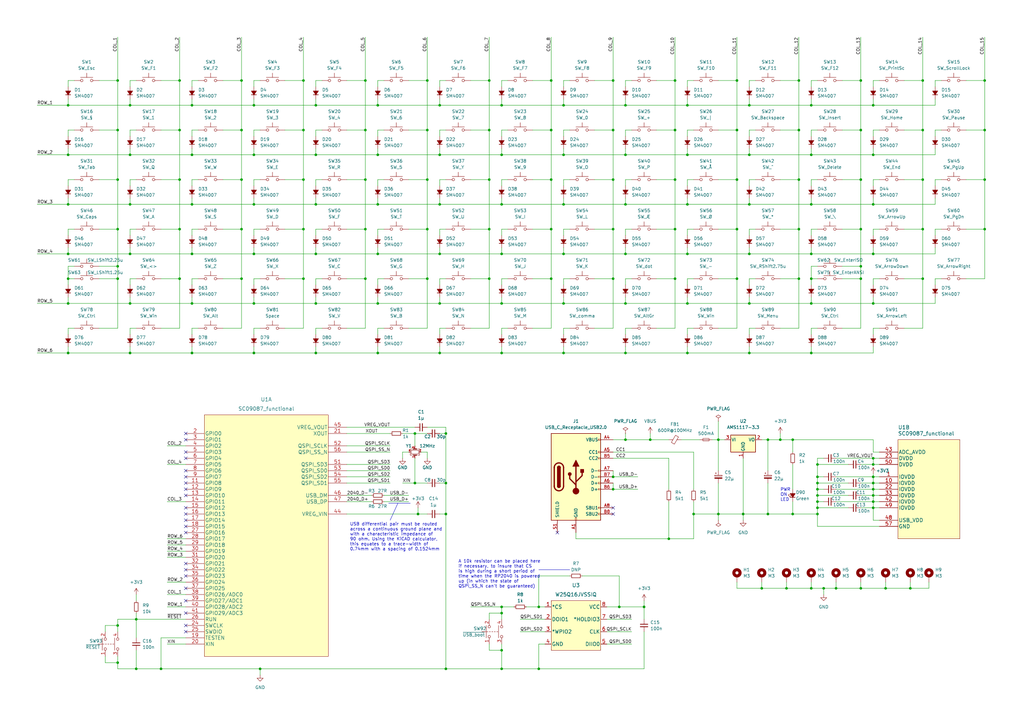
<source format=kicad_sch>
(kicad_sch (version 20230121) (generator eeschema)
  (paper "A3")
  (title_block (title "Belja80") (date "2023-02-11") (rev "1.0") (company "Egill Milan Gunnarsson") (comment 1 "Author:"))
  (junction (at 353.06 33.02))
  (junction (at 200.66 114.3))
  (junction (at 226.06 114.3))
  (junction (at 27.94 83.82))
  (junction (at 180.34 83.82))
  (junction (at 342.9 241.3))
  (junction (at 205.74 63.5))
  (junction (at 358.14 187.96))
  (junction (at 129.54 43.18))
  (junction (at 302.26 93.98))
  (junction (at 66.04 274.32))
  (junction (at 226.06 73.66))
  (junction (at 307.34 104.14))
  (junction (at 335.28 195.58))
  (junction (at 48.26 53.34))
  (junction (at 104.14 83.82))
  (junction (at 78.74 43.18))
  (junction (at 284.48 210.82))
  (junction (at 378.46 33.02))
  (junction (at 78.74 63.5))
  (junction (at 332.74 144.78))
  (junction (at 254 248.92))
  (junction (at 358.14 200.66))
  (junction (at 378.46 93.98))
  (junction (at 353.06 241.3))
  (junction (at 307.34 63.5))
  (junction (at 73.66 114.3))
  (junction (at 27.94 63.5))
  (junction (at 48.26 256.54))
  (junction (at 314.96 210.82))
  (junction (at 251.46 195.58))
  (junction (at 53.34 43.18))
  (junction (at 378.46 53.34))
  (junction (at 99.06 73.66))
  (junction (at 53.34 124.46))
  (junction (at 55.88 254))
  (junction (at 154.94 63.5))
  (junction (at 48.26 93.98))
  (junction (at 335.28 205.74))
  (junction (at 154.94 124.46))
  (junction (at 205.74 144.78))
  (junction (at 358.14 43.18))
  (junction (at 276.86 73.66))
  (junction (at 53.34 144.78))
  (junction (at 205.74 43.18))
  (junction (at 205.74 248.92))
  (junction (at 353.06 114.3))
  (junction (at 106.68 274.32))
  (junction (at 332.74 83.82))
  (junction (at 307.34 124.46))
  (junction (at 294.64 180.34))
  (junction (at 294.64 210.82))
  (junction (at 154.94 43.18))
  (junction (at 251.46 73.66))
  (junction (at 73.66 93.98))
  (junction (at 335.28 208.28))
  (junction (at 78.74 83.82))
  (junction (at 314.96 180.34))
  (junction (at 48.26 271.78))
  (junction (at 175.26 73.66))
  (junction (at 337.82 241.3))
  (junction (at 180.34 144.78))
  (junction (at 335.28 210.82))
  (junction (at 373.38 241.3))
  (junction (at 251.46 200.66))
  (junction (at 325.12 210.82))
  (junction (at 53.34 104.14))
  (junction (at 149.86 93.98))
  (junction (at 48.26 73.66))
  (junction (at 281.94 43.18))
  (junction (at 332.74 43.18))
  (junction (at 180.34 124.46))
  (junction (at 53.34 63.5))
  (junction (at 231.14 83.82))
  (junction (at 264.16 248.92))
  (junction (at 220.98 274.32))
  (junction (at 256.54 144.78))
  (junction (at 73.66 73.66))
  (junction (at 353.06 53.34))
  (junction (at 182.88 210.82))
  (junction (at 175.26 114.3))
  (junction (at 358.14 203.2))
  (junction (at 276.86 114.3))
  (junction (at 358.14 83.82))
  (junction (at 48.26 33.02))
  (junction (at 403.86 33.02))
  (junction (at 403.86 93.98))
  (junction (at 149.86 33.02))
  (junction (at 302.26 53.34))
  (junction (at 205.74 124.46))
  (junction (at 335.28 203.2))
  (junction (at 149.86 114.3))
  (junction (at 129.54 104.14))
  (junction (at 73.66 33.02))
  (junction (at 332.74 104.14))
  (junction (at 27.94 43.18))
  (junction (at 78.74 124.46))
  (junction (at 129.54 124.46))
  (junction (at 149.86 73.66))
  (junction (at 154.94 144.78))
  (junction (at 281.94 104.14))
  (junction (at 363.22 241.3))
  (junction (at 48.26 114.3))
  (junction (at 281.94 124.46))
  (junction (at 27.94 124.46))
  (junction (at 170.18 198.12))
  (junction (at 129.54 144.78))
  (junction (at 175.26 93.98))
  (junction (at 327.66 33.02))
  (junction (at 327.66 73.66))
  (junction (at 256.54 104.14))
  (junction (at 325.12 180.34))
  (junction (at 304.8 210.82))
  (junction (at 27.94 114.3))
  (junction (at 403.86 53.34))
  (junction (at 78.74 144.78))
  (junction (at 171.45 210.82))
  (junction (at 353.06 73.66))
  (junction (at 307.34 43.18))
  (junction (at 231.14 43.18))
  (junction (at 99.06 53.34))
  (junction (at 353.06 93.98))
  (junction (at 251.46 33.02))
  (junction (at 78.74 104.14))
  (junction (at 180.34 43.18))
  (junction (at 335.28 200.66))
  (junction (at 281.94 63.5))
  (junction (at 205.74 104.14))
  (junction (at 182.88 274.32))
  (junction (at 175.26 53.34))
  (junction (at 403.86 73.66))
  (junction (at 256.54 43.18))
  (junction (at 27.94 104.14))
  (junction (at 251.46 114.3))
  (junction (at 124.46 73.66))
  (junction (at 358.14 190.5))
  (junction (at 358.14 63.5))
  (junction (at 256.54 83.82))
  (junction (at 200.66 53.34))
  (junction (at 358.14 205.74))
  (junction (at 129.54 83.82))
  (junction (at 274.32 220.98))
  (junction (at 335.28 198.12))
  (junction (at 104.14 63.5))
  (junction (at 205.74 274.32))
  (junction (at 231.14 63.5))
  (junction (at 251.46 53.34))
  (junction (at 358.14 104.14))
  (junction (at 327.66 93.98))
  (junction (at 281.94 83.82))
  (junction (at 358.14 124.46))
  (junction (at 175.26 33.02))
  (junction (at 99.06 114.3))
  (junction (at 104.14 104.14))
  (junction (at 302.26 73.66))
  (junction (at 231.14 144.78))
  (junction (at 276.86 53.34))
  (junction (at 149.86 53.34))
  (junction (at 307.34 144.78))
  (junction (at 55.88 274.32))
  (junction (at 53.34 83.82))
  (junction (at 302.26 114.3))
  (junction (at 320.04 180.34))
  (junction (at 276.86 33.02))
  (junction (at 170.18 177.8))
  (junction (at 124.46 114.3))
  (junction (at 182.88 198.12))
  (junction (at 358.14 195.58))
  (junction (at 48.26 109.22))
  (junction (at 104.14 43.18))
  (junction (at 226.06 93.98))
  (junction (at 231.14 124.46))
  (junction (at 99.06 93.98))
  (junction (at 180.34 104.14))
  (junction (at 200.66 93.98))
  (junction (at 327.66 53.34))
  (junction (at 231.14 104.14))
  (junction (at 104.14 124.46))
  (junction (at 281.94 144.78))
  (junction (at 220.98 248.92))
  (junction (at 99.06 33.02))
  (junction (at 200.66 33.02))
  (junction (at 256.54 124.46))
  (junction (at 307.34 83.82))
  (junction (at 226.06 53.34))
  (junction (at 124.46 53.34))
  (junction (at 124.46 93.98))
  (junction (at 358.14 198.12))
  (junction (at 256.54 63.5))
  (junction (at 266.7 180.34))
  (junction (at 332.74 63.5))
  (junction (at 256.54 180.34))
  (junction (at 180.34 63.5))
  (junction (at 312.42 241.3))
  (junction (at 205.74 83.82))
  (junction (at 129.54 63.5))
  (junction (at 327.66 114.3))
  (junction (at 205.74 266.7))
  (junction (at 226.06 33.02))
  (junction (at 332.74 124.46))
  (junction (at 353.06 109.22))
  (junction (at 124.46 33.02))
  (junction (at 276.86 93.98))
  (junction (at 335.28 190.5))
  (junction (at 332.74 241.3))
  (junction (at 182.88 177.8))
  (junction (at 378.46 73.66))
  (junction (at 27.94 144.78))
  (junction (at 154.94 104.14))
  (junction (at 251.46 93.98))
  (junction (at 154.94 83.82))
  (junction (at 200.66 73.66))
  (junction (at 378.46 114.3))
  (junction (at 322.58 241.3))
  (junction (at 302.26 33.02))
  (junction (at 205.74 251.46))
  (junction (at 104.14 144.78))
  (junction (at 73.66 53.34))
  (junction (at 332.74 114.3))
  (junction (at 358.14 208.28))
  (no_connect (at 76.2 195.58))
  (no_connect (at 76.2 203.2))
  (no_connect (at 76.2 213.36))
  (no_connect (at 76.2 200.66))
  (no_connect (at 76.2 193.04))
  (no_connect (at 76.2 251.46))
  (no_connect (at 76.2 180.34))
  (no_connect (at 76.2 177.8))
  (no_connect (at 76.2 246.38))
  (no_connect (at 76.2 208.28))
  (no_connect (at 76.2 210.82))
  (no_connect (at 76.2 187.96))
  (no_connect (at 76.2 215.9))
  (no_connect (at 76.2 231.14))
  (no_connect (at 76.2 259.08))
  (no_connect (at 76.2 256.54))
  (no_connect (at 251.46 210.82))
  (no_connect (at 76.2 198.12))
  (no_connect (at 228.6 218.44))
  (no_connect (at 251.46 208.28))
  (no_connect (at 76.2 185.42))
  (no_connect (at 76.2 236.22))
  (no_connect (at 76.2 233.68))
  (no_connect (at 76.2 241.3))
  (no_connect (at 76.2 218.44))
  (wire (pts (xy 358.14 43.18) (xy 383.54 43.18)))
  (wire (pts (xy 302.26 33.02) (xy 302.26 53.34)))
  (wire (pts (xy 175.26 93.98) (xy 175.26 114.3)))
  (wire (pts (xy 337.82 205.74) (xy 335.28 205.74)))
  (wire (pts (xy 274.32 220.98) (xy 284.48 220.98)))
  (wire (pts (xy 403.86 73.66) (xy 403.86 93.98)))
  (wire (pts (xy 200.66 33.02) (xy 200.66 53.34)))
  (wire (pts (xy 251.46 180.34) (xy 256.54 180.34)))
  (wire (pts (xy 276.86 114.3) (xy 276.86 134.62)))
  (wire (pts (xy 27.94 114.3) (xy 30.48 114.3)))
  (wire (pts (xy 78.74 93.98) (xy 81.28 93.98)))
  (wire (pts (xy 205.74 274.32) (xy 220.98 274.32)))
  (wire (pts (xy 281.94 55.88) (xy 281.94 53.34)))
  (wire (pts (xy 294.64 198.12) (xy 294.64 210.82)))
  (wire (pts (xy 129.54 63.5) (xy 154.94 63.5)))
  (wire (pts (xy 256.54 114.3) (xy 259.08 114.3)))
  (wire (pts (xy 154.94 81.28) (xy 154.94 83.82)))
  (wire (pts (xy 48.26 109.22) (xy 48.26 114.3)))
  (wire (pts (xy 193.04 114.3) (xy 200.66 114.3)))
  (wire (pts (xy 358.14 203.2) (xy 358.14 205.74)))
  (wire (pts (xy 180.34 40.64) (xy 180.34 43.18)))
  (wire (pts (xy 256.54 55.88) (xy 256.54 53.34)))
  (wire (pts (xy 175.26 15.24) (xy 175.26 33.02)))
  (wire (pts (xy 353.06 109.22) (xy 353.06 114.3)))
  (wire (pts (xy 129.54 134.62) (xy 132.08 134.62)))
  (wire (pts (xy 66.04 274.32) (xy 106.68 274.32)))
  (wire (pts (xy 342.9 195.58) (xy 358.14 195.58)))
  (wire (pts (xy 205.74 83.82) (xy 231.14 83.82)))
  (wire (pts (xy 68.58 243.84) (xy 76.2 243.84)))
  (wire (pts (xy 218.44 134.62) (xy 226.06 134.62)))
  (wire (pts (xy 231.14 43.18) (xy 256.54 43.18)))
  (wire (pts (xy 276.86 53.34) (xy 276.86 73.66)))
  (wire (pts (xy 370.84 134.62) (xy 378.46 134.62)))
  (wire (pts (xy 106.68 274.32) (xy 182.88 274.32)))
  (wire (pts (xy 78.74 134.62) (xy 81.28 134.62)))
  (wire (pts (xy 358.14 73.66) (xy 360.68 73.66)))
  (wire (pts (xy 294.64 33.02) (xy 302.26 33.02)))
  (wire (pts (xy 358.14 200.66) (xy 358.14 203.2)))
  (wire (pts (xy 383.54 60.96) (xy 383.54 63.5)))
  (wire (pts (xy 48.26 53.34) (xy 48.26 73.66)))
  (wire (pts (xy 167.64 73.66) (xy 175.26 73.66)))
  (wire (pts (xy 129.54 35.56) (xy 129.54 33.02)))
  (wire (pts (xy 104.14 144.78) (xy 129.54 144.78)))
  (wire (pts (xy 78.74 60.96) (xy 78.74 63.5)))
  (wire (pts (xy 307.34 142.24) (xy 307.34 144.78)))
  (wire (pts (xy 383.54 55.88) (xy 383.54 53.34)))
  (wire (pts (xy 307.34 53.34) (xy 309.88 53.34)))
  (wire (pts (xy 124.46 53.34) (xy 124.46 73.66)))
  (wire (pts (xy 332.74 101.6) (xy 332.74 104.14)))
  (wire (pts (xy 200.66 266.7) (xy 205.74 266.7)))
  (wire (pts (xy 307.34 104.14) (xy 332.74 104.14)))
  (wire (pts (xy 358.14 208.28) (xy 360.68 208.28)))
  (wire (pts (xy 281.94 93.98) (xy 284.48 93.98)))
  (wire (pts (xy 68.58 238.76) (xy 76.2 238.76)))
  (wire (pts (xy 314.96 180.34) (xy 314.96 193.04)))
  (wire (pts (xy 358.14 180.34) (xy 358.14 185.42)))
  (wire (pts (xy 231.14 53.34) (xy 233.68 53.34)))
  (wire (pts (xy 142.24 177.8) (xy 160.02 177.8)))
  (wire (pts (xy 383.54 73.66) (xy 386.08 73.66)))
  (wire (pts (xy 335.28 205.74) (xy 335.28 208.28)))
  (wire (pts (xy 403.86 33.02) (xy 403.86 53.34)))
  (wire (pts (xy 327.66 114.3) (xy 327.66 134.62)))
  (wire (pts (xy 149.86 53.34) (xy 149.86 73.66)))
  (wire (pts (xy 325.12 185.42) (xy 325.12 180.34)))
  (wire (pts (xy 165.1 198.12) (xy 170.18 198.12)))
  (wire (pts (xy 383.54 76.2) (xy 383.54 73.66)))
  (wire (pts (xy 358.14 124.46) (xy 383.54 124.46)))
  (wire (pts (xy 200.66 93.98) (xy 200.66 114.3)))
  (wire (pts (xy 378.46 114.3) (xy 378.46 134.62)))
  (wire (pts (xy 200.66 251.46) (xy 205.74 251.46)))
  (wire (pts (xy 243.84 33.02) (xy 251.46 33.02)))
  (wire (pts (xy 205.74 55.88) (xy 205.74 53.34)))
  (wire (pts (xy 231.14 124.46) (xy 256.54 124.46)))
  (wire (pts (xy 284.48 210.82) (xy 284.48 220.98)))
  (wire (pts (xy 226.06 93.98) (xy 226.06 114.3)))
  (wire (pts (xy 205.74 40.64) (xy 205.74 43.18)))
  (wire (pts (xy 78.74 124.46) (xy 104.14 124.46)))
  (wire (pts (xy 53.34 53.34) (xy 55.88 53.34)))
  (wire (pts (xy 106.68 274.32) (xy 106.68 276.86)))
  (wire (pts (xy 370.84 93.98) (xy 378.46 93.98)))
  (wire (pts (xy 205.74 266.7) (xy 205.74 264.16)))
  (wire (pts (xy 104.14 35.56) (xy 104.14 33.02)))
  (wire (pts (xy 320.04 93.98) (xy 327.66 93.98)))
  (wire (pts (xy 358.14 195.58) (xy 360.68 195.58)))
  (wire (pts (xy 104.14 81.28) (xy 104.14 83.82)))
  (wire (pts (xy 175.26 33.02) (xy 175.26 53.34)))
  (wire (pts (xy 370.84 114.3) (xy 378.46 114.3)))
  (wire (pts (xy 337.82 241.3) (xy 337.82 243.84)))
  (wire (pts (xy 78.74 114.3) (xy 81.28 114.3)))
  (wire (pts (xy 154.94 43.18) (xy 180.34 43.18)))
  (wire (pts (xy 325.12 190.5) (xy 325.12 200.66)))
  (wire (pts (xy 205.74 121.92) (xy 205.74 124.46)))
  (wire (pts (xy 27.94 124.46) (xy 53.34 124.46)))
  (wire (pts (xy 220.98 274.32) (xy 264.16 274.32)))
  (wire (pts (xy 154.94 121.92) (xy 154.94 124.46)))
  (wire (pts (xy 78.74 144.78) (xy 104.14 144.78)))
  (wire (pts (xy 124.46 73.66) (xy 124.46 93.98)))
  (wire (pts (xy 304.8 210.82) (xy 304.8 213.36)))
  (wire (pts (xy 73.66 15.24) (xy 73.66 33.02)))
  (wire (pts (xy 48.26 93.98) (xy 48.26 109.22)))
  (wire (pts (xy 281.94 124.46) (xy 307.34 124.46)))
  (wire (pts (xy 129.54 101.6) (xy 129.54 104.14)))
  (wire (pts (xy 307.34 116.84) (xy 307.34 114.3)))
  (wire (pts (xy 99.06 33.02) (xy 99.06 53.34)))
  (wire (pts (xy 154.94 55.88) (xy 154.94 53.34)))
  (wire (pts (xy 332.74 109.22) (xy 332.74 114.3)))
  (wire (pts (xy 171.45 210.82) (xy 175.26 210.82)))
  (wire (pts (xy 99.06 53.34) (xy 99.06 73.66)))
  (wire (pts (xy 182.88 175.26) (xy 182.88 177.8)))
  (wire (pts (xy 226.06 53.34) (xy 226.06 73.66)))
  (wire (pts (xy 27.94 144.78) (xy 53.34 144.78)))
  (wire (pts (xy 27.94 96.52) (xy 27.94 93.98)))
  (wire (pts (xy 383.54 93.98) (xy 386.08 93.98)))
  (wire (pts (xy 335.28 198.12) (xy 335.28 200.66)))
  (wire (pts (xy 205.74 114.3) (xy 208.28 114.3)))
  (wire (pts (xy 104.14 33.02) (xy 106.68 33.02)))
  (wire (pts (xy 335.28 109.22) (xy 332.74 109.22)))
  (wire (pts (xy 314.96 210.82) (xy 325.12 210.82)))
  (wire (pts (xy 256.54 116.84) (xy 256.54 114.3)))
  (wire (pts (xy 180.34 83.82) (xy 205.74 83.82)))
  (wire (pts (xy 256.54 101.6) (xy 256.54 104.14)))
  (wire (pts (xy 200.66 15.24) (xy 200.66 33.02)))
  (wire (pts (xy 231.14 142.24) (xy 231.14 144.78)))
  (wire (pts (xy 251.46 73.66) (xy 251.46 93.98)))
  (wire (pts (xy 91.44 93.98) (xy 99.06 93.98)))
  (wire (pts (xy 180.34 142.24) (xy 180.34 144.78)))
  (wire (pts (xy 53.34 96.52) (xy 53.34 93.98)))
  (wire (pts (xy 281.94 76.2) (xy 281.94 73.66)))
  (wire (pts (xy 347.98 203.2) (xy 335.28 203.2)))
  (wire (pts (xy 256.54 43.18) (xy 281.94 43.18)))
  (wire (pts (xy 142.24 205.74) (xy 152.4 205.74)))
  (wire (pts (xy 68.58 190.5) (xy 76.2 190.5)))
  (wire (pts (xy 358.14 101.6) (xy 358.14 104.14)))
  (wire (pts (xy 281.94 137.16) (xy 281.94 134.62)))
  (wire (pts (xy 307.34 43.18) (xy 332.74 43.18)))
  (wire (pts (xy 27.94 33.02) (xy 30.48 33.02)))
  (wire (pts (xy 231.14 121.92) (xy 231.14 124.46)))
  (wire (pts (xy 124.46 15.24) (xy 124.46 33.02)))
  (wire (pts (xy 251.46 187.96) (xy 274.32 187.96)))
  (wire (pts (xy 78.74 76.2) (xy 78.74 73.66)))
  (wire (pts (xy 180.34 60.96) (xy 180.34 63.5)))
  (wire (pts (xy 129.54 121.92) (xy 129.54 124.46)))
  (wire (pts (xy 307.34 63.5) (xy 332.74 63.5)))
  (wire (pts (xy 15.24 63.5) (xy 27.94 63.5)))
  (wire (pts (xy 154.94 76.2) (xy 154.94 73.66)))
  (wire (pts (xy 314.96 198.12) (xy 314.96 210.82)))
  (wire (pts (xy 294.64 210.82) (xy 304.8 210.82)))
  (wire (pts (xy 251.46 185.42) (xy 284.48 185.42)))
  (wire (pts (xy 332.74 60.96) (xy 332.74 63.5)))
  (wire (pts (xy 358.14 142.24) (xy 358.14 144.78)))
  (wire (pts (xy 205.74 116.84) (xy 205.74 114.3)))
  (wire (pts (xy 325.12 210.82) (xy 335.28 210.82)))
  (wire (pts (xy 370.84 73.66) (xy 378.46 73.66)))
  (wire (pts (xy 332.74 83.82) (xy 358.14 83.82)))
  (wire (pts (xy 104.14 116.84) (xy 104.14 114.3)))
  (wire (pts (xy 358.14 187.96) (xy 360.68 187.96)))
  (wire (pts (xy 342.9 187.96) (xy 358.14 187.96)))
  (wire (pts (xy 129.54 96.52) (xy 129.54 93.98)))
  (wire (pts (xy 335.28 187.96) (xy 335.28 190.5)))
  (wire (pts (xy 91.44 53.34) (xy 99.06 53.34)))
  (wire (pts (xy 172.72 185.42) (xy 175.26 185.42)))
  (wire (pts (xy 358.14 203.2) (xy 360.68 203.2)))
  (wire (pts (xy 302.26 15.24) (xy 302.26 33.02)))
  (wire (pts (xy 142.24 53.34) (xy 149.86 53.34)))
  (wire (pts (xy 383.54 40.64) (xy 383.54 43.18)))
  (wire (pts (xy 142.24 114.3) (xy 149.86 114.3)))
  (wire (pts (xy 370.84 33.02) (xy 378.46 33.02)))
  (wire (pts (xy 154.94 134.62) (xy 157.48 134.62)))
  (wire (pts (xy 276.86 33.02) (xy 276.86 53.34)))
  (wire (pts (xy 205.74 81.28) (xy 205.74 83.82)))
  (wire (pts (xy 243.84 93.98) (xy 251.46 93.98)))
  (wire (pts (xy 40.64 134.62) (xy 48.26 134.62)))
  (wire (pts (xy 205.74 60.96) (xy 205.74 63.5)))
  (wire (pts (xy 378.46 33.02) (xy 378.46 53.34)))
  (wire (pts (xy 276.86 93.98) (xy 276.86 114.3)))
  (wire (pts (xy 236.22 218.44) (xy 236.22 220.98)))
  (wire (pts (xy 223.52 254) (xy 213.36 254)))
  (wire (pts (xy 124.46 93.98) (xy 124.46 114.3)))
  (wire (pts (xy 358.14 104.14) (xy 383.54 104.14)))
  (wire (pts (xy 358.14 213.36) (xy 360.68 213.36)))
  (wire (pts (xy 116.84 33.02) (xy 124.46 33.02)))
  (wire (pts (xy 335.28 208.28) (xy 347.98 208.28)))
  (wire (pts (xy 180.34 210.82) (xy 182.88 210.82)))
  (wire (pts (xy 358.14 185.42) (xy 360.68 185.42)))
  (wire (pts (xy 373.38 241.3) (xy 373.38 238.76)))
  (wire (pts (xy 129.54 53.34) (xy 132.08 53.34)))
  (wire (pts (xy 281.94 144.78) (xy 307.34 144.78)))
  (wire (pts (xy 73.66 114.3) (xy 73.66 134.62)))
  (wire (pts (xy 66.04 93.98) (xy 73.66 93.98)))
  (wire (pts (xy 358.14 187.96) (xy 358.14 190.5)))
  (wire (pts (xy 104.14 83.82) (xy 129.54 83.82)))
  (wire (pts (xy 358.14 53.34) (xy 360.68 53.34)))
  (wire (pts (xy 281.94 73.66) (xy 284.48 73.66)))
  (wire (pts (xy 76.2 261.62) (xy 66.04 261.62)))
  (wire (pts (xy 124.46 114.3) (xy 124.46 134.62)))
  (wire (pts (xy 116.84 73.66) (xy 124.46 73.66)))
  (wire (pts (xy 91.44 114.3) (xy 99.06 114.3)))
  (wire (pts (xy 66.04 73.66) (xy 73.66 73.66)))
  (wire (pts (xy 332.74 35.56) (xy 332.74 33.02)))
  (wire (pts (xy 281.94 83.82) (xy 307.34 83.82)))
  (wire (pts (xy 251.46 93.98) (xy 251.46 114.3)))
  (wire (pts (xy 396.24 93.98) (xy 403.86 93.98)))
  (wire (pts (xy 104.14 76.2) (xy 104.14 73.66)))
  (wire (pts (xy 66.04 33.02) (xy 73.66 33.02)))
  (wire (pts (xy 269.24 114.3) (xy 276.86 114.3)))
  (wire (pts (xy 220.98 264.16) (xy 220.98 274.32)))
  (wire (pts (xy 335.28 203.2) (xy 335.28 205.74)))
  (wire (pts (xy 99.06 73.66) (xy 99.06 93.98)))
  (wire (pts (xy 332.74 43.18) (xy 358.14 43.18)))
  (wire (pts (xy 129.54 81.28) (xy 129.54 83.82)))
  (wire (pts (xy 218.44 114.3) (xy 226.06 114.3)))
  (wire (pts (xy 99.06 114.3) (xy 99.06 134.62)))
  (wire (pts (xy 332.74 104.14) (xy 358.14 104.14)))
  (wire (pts (xy 200.66 264.16) (xy 200.66 266.7)))
  (wire (pts (xy 91.44 73.66) (xy 99.06 73.66)))
  (wire (pts (xy 149.86 93.98) (xy 149.86 114.3)))
  (wire (pts (xy 205.74 53.34) (xy 208.28 53.34)))
  (wire (pts (xy 104.14 114.3) (xy 106.68 114.3)))
  (wire (pts (xy 226.06 15.24) (xy 226.06 33.02)))
  (wire (pts (xy 27.94 104.14) (xy 53.34 104.14)))
  (wire (pts (xy 27.94 83.82) (xy 53.34 83.82)))
  (wire (pts (xy 129.54 104.14) (xy 154.94 104.14)))
  (wire (pts (xy 248.92 259.08) (xy 259.08 259.08)))
  (wire (pts (xy 231.14 81.28) (xy 231.14 83.82)))
  (wire (pts (xy 256.54 63.5) (xy 281.94 63.5)))
  (wire (pts (xy 307.34 96.52) (xy 307.34 93.98)))
  (wire (pts (xy 332.74 121.92) (xy 332.74 124.46)))
  (wire (pts (xy 55.88 254) (xy 76.2 254)))
  (wire (pts (xy 15.24 83.82) (xy 27.94 83.82)))
  (wire (pts (xy 332.74 73.66) (xy 335.28 73.66)))
  (wire (pts (xy 281.94 142.24) (xy 281.94 144.78)))
  (wire (pts (xy 358.14 81.28) (xy 358.14 83.82)))
  (wire (pts (xy 353.06 114.3) (xy 353.06 134.62)))
  (wire (pts (xy 180.34 63.5) (xy 205.74 63.5)))
  (wire (pts (xy 30.48 109.22) (xy 27.94 109.22)))
  (wire (pts (xy 27.94 101.6) (xy 27.94 104.14)))
  (wire (pts (xy 200.66 73.66) (xy 200.66 93.98)))
  (wire (pts (xy 353.06 203.2) (xy 358.14 203.2)))
  (wire (pts (xy 193.04 53.34) (xy 200.66 53.34)))
  (wire (pts (xy 218.44 33.02) (xy 226.06 33.02)))
  (wire (pts (xy 154.94 137.16) (xy 154.94 134.62)))
  (wire (pts (xy 358.14 121.92) (xy 358.14 124.46)))
  (wire (pts (xy 78.74 116.84) (xy 78.74 114.3)))
  (wire (pts (xy 243.84 73.66) (xy 251.46 73.66)))
  (wire (pts (xy 383.54 96.52) (xy 383.54 93.98)))
  (wire (pts (xy 15.24 124.46) (xy 27.94 124.46)))
  (wire (pts (xy 337.82 195.58) (xy 335.28 195.58)))
  (wire (pts (xy 335.28 190.5) (xy 347.98 190.5)))
  (wire (pts (xy 353.06 53.34) (xy 353.06 73.66)))
  (wire (pts (xy 104.14 43.18) (xy 129.54 43.18)))
  (wire (pts (xy 78.74 55.88) (xy 78.74 53.34)))
  (wire (pts (xy 154.94 33.02) (xy 157.48 33.02)))
  (wire (pts (xy 142.24 185.42) (xy 160.02 185.42)))
  (wire (pts (xy 116.84 93.98) (xy 124.46 93.98)))
  (wire (pts (xy 307.34 33.02) (xy 309.88 33.02)))
  (wire (pts (xy 302.26 114.3) (xy 302.26 134.62)))
  (wire (pts (xy 312.42 180.34) (xy 314.96 180.34)))
  (wire (pts (xy 226.06 73.66) (xy 226.06 93.98)))
  (wire (pts (xy 363.22 238.76) (xy 363.22 241.3)))
  (wire (pts (xy 302.26 238.76) (xy 302.26 241.3)))
  (wire (pts (xy 167.64 185.42) (xy 165.1 185.42)))
  (wire (pts (xy 73.66 33.02) (xy 73.66 53.34)))
  (wire (pts (xy 332.74 93.98) (xy 335.28 93.98)))
  (wire (pts (xy 233.68 236.22) (xy 220.98 236.22)))
  (wire (pts (xy 358.14 76.2) (xy 358.14 73.66)))
  (wire (pts (xy 116.84 114.3) (xy 124.46 114.3)))
  (wire (pts (xy 256.54 53.34) (xy 259.08 53.34)))
  (wire (pts (xy 254 248.92) (xy 254 236.22)))
  (wire (pts (xy 231.14 114.3) (xy 233.68 114.3)))
  (wire (pts (xy 223.52 264.16) (xy 220.98 264.16)))
  (wire (pts (xy 396.24 114.3) (xy 403.86 114.3)))
  (wire (pts (xy 332.74 96.52) (xy 332.74 93.98)))
  (wire (pts (xy 124.46 33.02) (xy 124.46 53.34)))
  (wire (pts (xy 142.24 175.26) (xy 170.18 175.26)))
  (wire (pts (xy 167.64 33.02) (xy 175.26 33.02)))
  (wire (pts (xy 256.54 93.98) (xy 259.08 93.98)))
  (wire (pts (xy 335.28 215.9) (xy 360.68 215.9)))
  (wire (pts (xy 53.34 35.56) (xy 53.34 33.02)))
  (wire (pts (xy 104.14 63.5) (xy 129.54 63.5)))
  (wire (pts (xy 243.84 53.34) (xy 251.46 53.34)))
  (wire (pts (xy 66.04 134.62) (xy 73.66 134.62)))
  (wire (pts (xy 320.04 33.02) (xy 327.66 33.02)))
  (wire (pts (xy 383.54 121.92) (xy 383.54 124.46)))
  (wire (pts (xy 157.48 203.2) (xy 167.64 203.2)))
  (wire (pts (xy 256.54 76.2) (xy 256.54 73.66)))
  (wire (pts (xy 104.14 96.52) (xy 104.14 93.98)))
  (wire (pts (xy 180.34 144.78) (xy 205.74 144.78)))
  (wire (pts (xy 99.06 93.98) (xy 99.06 114.3)))
  (wire (pts (xy 53.34 144.78) (xy 78.74 144.78)))
  (wire (pts (xy 142.24 73.66) (xy 149.86 73.66)))
  (wire (pts (xy 142.24 182.88) (xy 160.02 182.88)))
  (wire (pts (xy 373.38 241.3) (xy 381 241.3)))
  (wire (pts (xy 182.88 177.8) (xy 182.88 198.12)))
  (wire (pts (xy 256.54 35.56) (xy 256.54 33.02)))
  (wire (pts (xy 78.74 142.24) (xy 78.74 144.78)))
  (wire (pts (xy 205.74 33.02) (xy 208.28 33.02)))
  (wire (pts (xy 307.34 81.28) (xy 307.34 83.82)))
  (wire (pts (xy 281.94 35.56) (xy 281.94 33.02)))
  (wire (pts (xy 251.46 195.58) (xy 261.62 195.58)))
  (wire (pts (xy 167.64 134.62) (xy 175.26 134.62)))
  (wire (pts (xy 27.94 35.56) (xy 27.94 33.02)))
  (wire (pts (xy 223.52 259.08) (xy 213.36 259.08)))
  (wire (pts (xy 358.14 190.5) (xy 360.68 190.5)))
  (wire (pts (xy 307.34 60.96) (xy 307.34 63.5)))
  (wire (pts (xy 154.94 114.3) (xy 157.48 114.3)))
  (wire (pts (xy 307.34 83.82) (xy 332.74 83.82)))
  (wire (pts (xy 256.54 142.24) (xy 256.54 144.78)))
  (wire (pts (xy 154.94 124.46) (xy 180.34 124.46)))
  (wire (pts (xy 40.64 93.98) (xy 48.26 93.98)))
  (wire (pts (xy 142.24 93.98) (xy 149.86 93.98)))
  (wire (pts (xy 48.26 274.32) (xy 55.88 274.32)))
  (wire (pts (xy 68.58 182.88) (xy 76.2 182.88)))
  (wire (pts (xy 218.44 53.34) (xy 226.06 53.34)))
  (wire (pts (xy 307.34 137.16) (xy 307.34 134.62)))
  (wire (pts (xy 345.44 73.66) (xy 353.06 73.66)))
  (wire (pts (xy 231.14 60.96) (xy 231.14 63.5)))
  (wire (pts (xy 294.64 73.66) (xy 302.26 73.66)))
  (polyline (pts (xy 163.195 206.375) (xy 160.02 213.36)))
  (wire (pts (xy 180.34 96.52) (xy 180.34 93.98)))
  (wire (pts (xy 154.94 83.82) (xy 180.34 83.82)))
  (wire (pts (xy 274.32 187.96) (xy 274.32 200.66)))
  (wire (pts (xy 396.24 73.66) (xy 403.86 73.66)))
  (wire (pts (xy 205.74 142.24) (xy 205.74 144.78)))
  (wire (pts (xy 53.34 104.14) (xy 78.74 104.14)))
  (wire (pts (xy 104.14 93.98) (xy 106.68 93.98)))
  (wire (pts (xy 53.34 60.96) (xy 53.34 63.5)))
  (wire (pts (xy 180.34 76.2) (xy 180.34 73.66)))
  (wire (pts (xy 254 236.22) (xy 238.76 236.22)))
  (wire (pts (xy 403.86 53.34) (xy 403.86 73.66)))
  (wire (pts (xy 91.44 134.62) (xy 99.06 134.62)))
  (wire (pts (xy 154.94 73.66) (xy 157.48 73.66)))
  (wire (pts (xy 154.94 40.64) (xy 154.94 43.18)))
  (wire (pts (xy 345.44 33.02) (xy 353.06 33.02)))
  (wire (pts (xy 254 248.92) (xy 264.16 248.92)))
  (wire (pts (xy 332.74 63.5) (xy 358.14 63.5)))
  (wire (pts (xy 53.34 124.46) (xy 78.74 124.46)))
  (wire (pts (xy 205.74 93.98) (xy 208.28 93.98)))
  (wire (pts (xy 53.34 101.6) (xy 53.34 104.14)))
  (wire (pts (xy 383.54 114.3) (xy 386.08 114.3)))
  (wire (pts (xy 378.46 93.98) (xy 378.46 114.3)))
  (wire (pts (xy 307.34 144.78) (xy 332.74 144.78)))
  (wire (pts (xy 256.54 180.34) (xy 266.7 180.34)))
  (wire (pts (xy 193.04 33.02) (xy 200.66 33.02)))
  (wire (pts (xy 27.94 109.22) (xy 27.94 114.3)))
  (wire (pts (xy 53.34 40.64) (xy 53.34 43.18)))
  (wire (pts (xy 358.14 134.62) (xy 360.68 134.62)))
  (wire (pts (xy 332.74 116.84) (xy 332.74 114.3)))
  (wire (pts (xy 236.22 220.98) (xy 274.32 220.98)))
  (wire (pts (xy 284.48 185.42) (xy 284.48 200.66)))
  (wire (pts (xy 142.24 134.62) (xy 149.86 134.62)))
  (wire (pts (xy 175.26 53.34) (xy 175.26 73.66)))
  (wire (pts (xy 129.54 73.66) (xy 132.08 73.66)))
  (wire (pts (xy 284.48 205.74) (xy 284.48 210.82)))
  (wire (pts (xy 53.34 73.66) (xy 55.88 73.66)))
  (wire (pts (xy 358.14 40.64) (xy 358.14 43.18)))
  (wire (pts (xy 403.86 93.98) (xy 403.86 114.3)))
  (wire (pts (xy 55.88 274.32) (xy 66.04 274.32)))
  (wire (pts (xy 78.74 137.16) (xy 78.74 134.62)))
  (wire (pts (xy 345.44 134.62) (xy 353.06 134.62)))
  (wire (pts (xy 180.34 33.02) (xy 182.88 33.02)))
  (wire (pts (xy 129.54 144.78) (xy 154.94 144.78)))
  (wire (pts (xy 27.94 121.92) (xy 27.94 124.46)))
  (wire (pts (xy 78.74 96.52) (xy 78.74 93.98)))
  (wire (pts (xy 358.14 137.16) (xy 358.14 134.62)))
  (wire (pts (xy 294.64 210.82) (xy 294.64 213.36)))
  (wire (pts (xy 294.64 172.72) (xy 294.64 180.34)))
  (wire (pts (xy 104.14 55.88) (xy 104.14 53.34)))
  (wire (pts (xy 40.64 109.22) (xy 48.26 109.22)))
  (wire (pts (xy 27.94 73.66) (xy 30.48 73.66)))
  (wire (pts (xy 175.26 73.66) (xy 175.26 93.98)))
  (wire (pts (xy 353.06 73.66) (xy 353.06 93.98)))
  (wire (pts (xy 248.92 254) (xy 259.08 254)))
  (wire (pts (xy 353.06 93.98) (xy 353.06 109.22)))
  (wire (pts (xy 154.94 96.52) (xy 154.94 93.98)))
  (wire (pts (xy 231.14 101.6) (xy 231.14 104.14)))
  (wire (pts (xy 78.74 121.92) (xy 78.74 124.46)))
  (wire (pts (xy 43.18 259.08) (xy 43.18 256.54)))
  (wire (pts (xy 320.04 177.8) (xy 320.04 180.34)))
  (wire (pts (xy 231.14 55.88) (xy 231.14 53.34)))
  (wire (pts (xy 157.48 205.74) (xy 167.64 205.74)))
  (wire (pts (xy 154.94 104.14) (xy 180.34 104.14)))
  (wire (pts (xy 312.42 241.3) (xy 322.58 241.3)))
  (wire (pts (xy 167.64 114.3) (xy 175.26 114.3)))
  (wire (pts (xy 403.86 15.24) (xy 403.86 33.02)))
  (wire (pts (xy 200.66 114.3) (xy 200.66 134.62)))
  (wire (pts (xy 383.54 81.28) (xy 383.54 83.82)))
  (wire (pts (xy 383.54 116.84) (xy 383.54 114.3)))
  (wire (pts (xy 27.94 81.28) (xy 27.94 83.82)))
  (wire (pts (xy 231.14 83.82) (xy 256.54 83.82)))
  (wire (pts (xy 302.26 93.98) (xy 302.26 114.3)))
  (wire (pts (xy 251.46 195.58) (xy 251.46 193.04)))
  (wire (pts (xy 335.28 208.28) (xy 335.28 210.82)))
  (wire (pts (xy 180.34 101.6) (xy 180.34 104.14)))
  (wire (pts (xy 55.88 251.46) (xy 55.88 254)))
  (wire (pts (xy 345.44 114.3) (xy 353.06 114.3)))
  (wire (pts (xy 27.94 76.2) (xy 27.94 73.66)))
  (wire (pts (xy 353.06 190.5) (xy 358.14 190.5)))
  (wire (pts (xy 256.54 144.78) (xy 281.94 144.78)))
  (wire (pts (xy 312.42 238.76) (xy 312.42 241.3)))
  (wire (pts (xy 53.34 33.02) (xy 55.88 33.02)))
  (wire (pts (xy 142.24 203.2) (xy 152.4 203.2)))
  (wire (pts (xy 332.74 33.02) (xy 335.28 33.02)))
  (wire (pts (xy 78.74 63.5) (xy 104.14 63.5)))
  (wire (pts (xy 251.46 53.34) (xy 251.46 73.66)))
  (wire (pts (xy 378.46 15.24) (xy 378.46 33.02)))
  (wire (pts (xy 68.58 226.06) (xy 76.2 226.06)))
  (wire (pts (xy 180.34 198.12) (xy 182.88 198.12)))
  (wire (pts (xy 353.06 15.24) (xy 353.06 33.02)))
  (wire (pts (xy 205.74 104.14) (xy 231.14 104.14)))
  (wire (pts (xy 193.04 73.66) (xy 200.66 73.66)))
  (wire (pts (xy 154.94 53.34) (xy 157.48 53.34)))
  (wire (pts (xy 381 241.3) (xy 381 238.76)))
  (wire (pts (xy 345.44 109.22) (xy 353.06 109.22)))
  (wire (pts (xy 226.06 33.02) (xy 226.06 53.34)))
  (wire (pts (xy 383.54 35.56) (xy 383.54 33.02)))
  (wire (pts (xy 281.94 116.84) (xy 281.94 114.3)))
  (wire (pts (xy 53.34 93.98) (xy 55.88 93.98)))
  (wire (pts (xy 73.66 93.98) (xy 73.66 114.3)))
  (wire (pts (xy 68.58 223.52) (xy 76.2 223.52)))
  (wire (pts (xy 256.54 177.8) (xy 256.54 180.34)))
  (wire (pts (xy 353.06 238.76) (xy 353.06 241.3)))
  (wire (pts (xy 337.82 241.3) (xy 332.74 241.3)))
  (wire (pts (xy 116.84 53.34) (xy 124.46 53.34)))
  (wire (pts (xy 48.26 254) (xy 55.88 254)))
  (wire (pts (xy 149.86 15.24) (xy 149.86 33.02)))
  (wire (pts (xy 231.14 76.2) (xy 231.14 73.66)))
  (wire (pts (xy 320.04 73.66) (xy 327.66 73.66)))
  (wire (pts (xy 27.94 60.96) (xy 27.94 63.5)))
  (wire (pts (xy 129.54 83.82) (xy 154.94 83.82)))
  (wire (pts (xy 218.44 93.98) (xy 226.06 93.98)))
  (wire (pts (xy 220.98 236.22) (xy 220.98 248.92)))
  (wire (pts (xy 48.26 15.24) (xy 48.26 33.02)))
  (wire (pts (xy 154.94 35.56) (xy 154.94 33.02)))
  (wire (pts (xy 276.86 73.66) (xy 276.86 93.98)))
  (wire (pts (xy 180.34 81.28) (xy 180.34 83.82)))
  (wire (pts (xy 104.14 121.92) (xy 104.14 124.46)))
  (wire (pts (xy 279.4 180.34) (xy 287.02 180.34)))
  (wire (pts (xy 358.14 205.74) (xy 358.14 208.28)))
  (wire (pts (xy 256.54 60.96) (xy 256.54 63.5)))
  (wire (pts (xy 167.64 93.98) (xy 175.26 93.98)))
  (wire (pts (xy 78.74 43.18) (xy 104.14 43.18)))
  (wire (pts (xy 205.74 43.18) (xy 231.14 43.18)))
  (wire (pts (xy 353.06 198.12) (xy 358.14 198.12)))
  (wire (pts (xy 304.8 187.96) (xy 304.8 210.82)))
  (wire (pts (xy 256.54 73.66) (xy 259.08 73.66)))
  (wire (pts (xy 370.84 53.34) (xy 378.46 53.34)))
  (wire (pts (xy 68.58 264.16) (xy 76.2 264.16)))
  (wire (pts (xy 307.34 35.56) (xy 307.34 33.02)))
  (wire (pts (xy 320.04 114.3) (xy 327.66 114.3)))
  (wire (pts (xy 180.34 116.84) (xy 180.34 114.3)))
  (wire (pts (xy 171.45 208.28) (xy 171.45 210.82)))
  (wire (pts (xy 129.54 114.3) (xy 132.08 114.3)))
  (wire (pts (xy 335.28 190.5) (xy 335.28 195.58)))
  (wire (pts (xy 294.64 180.34) (xy 294.64 193.04)))
  (wire (pts (xy 226.06 114.3) (xy 226.06 134.62)))
  (wire (pts (xy 337.82 241.3) (xy 342.9 241.3)))
  (wire (pts (xy 231.14 96.52) (xy 231.14 93.98)))
  (wire (pts (xy 193.04 93.98) (xy 200.66 93.98)))
  (wire (pts (xy 320.04 180.34) (xy 325.12 180.34)))
  (wire (pts (xy 15.24 144.78) (xy 27.94 144.78)))
  (wire (pts (xy 396.24 33.02) (xy 403.86 33.02)))
  (wire (pts (xy 142.24 210.82) (xy 171.45 210.82)))
  (wire (pts (xy 231.14 134.62) (xy 233.68 134.62)))
  (wire (pts (xy 43.18 271.78) (xy 48.26 271.78)))
  (wire (pts (xy 307.34 73.66) (xy 309.88 73.66)))
  (wire (pts (xy 205.74 63.5) (xy 231.14 63.5)))
  (wire (pts (xy 48.26 254) (xy 48.26 256.54)))
  (wire (pts (xy 256.54 81.28) (xy 256.54 83.82)))
  (wire (pts (xy 266.7 180.34) (xy 274.32 180.34)))
  (wire (pts (xy 129.54 76.2) (xy 129.54 73.66)))
  (wire (pts (xy 231.14 144.78) (xy 256.54 144.78)))
  (wire (pts (xy 193.04 134.62) (xy 200.66 134.62)))
  (wire (pts (xy 129.54 55.88) (xy 129.54 53.34)))
  (wire (pts (xy 378.46 53.34) (xy 378.46 73.66)))
  (wire (pts (xy 180.34 121.92) (xy 180.34 124.46)))
  (wire (pts (xy 48.26 114.3) (xy 48.26 134.62)))
  (wire (pts (xy 292.1 180.34) (xy 294.64 180.34)))
  (wire (pts (xy 269.24 93.98) (xy 276.86 93.98)))
  (wire (pts (xy 142.24 190.5) (xy 160.02 190.5)))
  (wire (pts (xy 307.34 114.3) (xy 309.88 114.3)))
  (wire (pts (xy 307.34 124.46) (xy 332.74 124.46)))
  (wire (pts (xy 332.74 137.16) (xy 332.74 134.62)))
  (wire (pts (xy 142.24 198.12) (xy 160.02 198.12)))
  (wire (pts (xy 165.1 177.8) (xy 170.18 177.8)))
  (wire (pts (xy 220.98 248.92) (xy 223.52 248.92)))
  (wire (pts (xy 53.34 121.92) (xy 53.34 124.46)))
  (wire (pts (xy 342.9 241.3) (xy 353.06 241.3)))
  (wire (pts (xy 55.88 266.7) (xy 55.88 274.32)))
  (wire (pts (xy 154.94 101.6) (xy 154.94 104.14)))
  (wire (pts (xy 251.46 15.24) (xy 251.46 33.02)))
  (wire (pts (xy 327.66 93.98) (xy 327.66 114.3)))
  (wire (pts (xy 294.64 53.34) (xy 302.26 53.34)))
  (wire (pts (xy 307.34 76.2) (xy 307.34 73.66)))
  (wire (pts (xy 78.74 101.6) (xy 78.74 104.14)))
  (wire (pts (xy 332.74 81.28) (xy 332.74 83.82)))
  (wire (pts (xy 104.14 101.6) (xy 104.14 104.14)))
  (wire (pts (xy 256.54 96.52) (xy 256.54 93.98)))
  (polyline (pts (xy 159.385 206.375) (xy 168.275 206.375)))
  (wire (pts (xy 218.44 73.66) (xy 226.06 73.66)))
  (wire (pts (xy 180.34 35.56) (xy 180.34 33.02)))
  (wire (pts (xy 205.74 248.92) (xy 205.74 251.46)))
  (wire (pts (xy 281.94 134.62) (xy 284.48 134.62)))
  (wire (pts (xy 104.14 142.24) (xy 104.14 144.78)))
  (wire (pts (xy 73.66 73.66) (xy 73.66 93.98)))
  (wire (pts (xy 302.26 53.34) (xy 302.26 73.66)))
  (wire (pts (xy 48.26 256.54) (xy 48.26 259.08)))
  (wire (pts (xy 142.24 193.04) (xy 160.02 193.04)))
  (wire (pts (xy 358.14 83.82) (xy 383.54 83.82)))
  (wire (pts (xy 104.14 124.46) (xy 129.54 124.46)))
  (wire (pts (xy 251.46 200.66) (xy 261.62 200.66)))
  (wire (pts (xy 332.74 144.78) (xy 358.14 144.78)))
  (wire (pts (xy 231.14 93.98) (xy 233.68 93.98)))
  (wire (pts (xy 332.74 134.62) (xy 335.28 134.62)))
  (wire (pts (xy 396.24 53.34) (xy 403.86 53.34)))
  (wire (pts (xy 335.28 200.66) (xy 337.82 200.66)))
  (wire (pts (xy 307.34 121.92) (xy 307.34 124.46)))
  (wire (pts (xy 15.24 43.18) (xy 27.94 43.18)))
  (wire (pts (xy 78.74 73.66) (xy 81.28 73.66)))
  (wire (pts (xy 281.94 60.96) (xy 281.94 63.5)))
  (wire (pts (xy 281.94 40.64) (xy 281.94 43.18)))
  (wire (pts (xy 294.64 114.3) (xy 302.26 114.3)))
  (wire (pts (xy 180.34 53.34) (xy 182.88 53.34)))
  (wire (pts (xy 129.54 43.18) (xy 154.94 43.18)))
  (wire (pts (xy 78.74 40.64) (xy 78.74 43.18)))
  (wire (pts (xy 180.34 137.16) (xy 180.34 134.62)))
  (wire (pts (xy 205.74 35.56) (xy 205.74 33.02)))
  (wire (pts (xy 154.94 60.96) (xy 154.94 63.5)))
  (wire (pts (xy 307.34 101.6) (xy 307.34 104.14)))
  (wire (pts (xy 170.18 198.12) (xy 175.26 198.12)))
  (wire (pts (xy 27.94 93.98) (xy 30.48 93.98)))
  (wire (pts (xy 302.26 241.3) (xy 312.42 241.3)))
  (wire (pts (xy 284.48 210.82) (xy 294.64 210.82)))
  (wire (pts (xy 281.94 101.6) (xy 281.94 104.14)))
  (wire (pts (xy 129.54 116.84) (xy 129.54 114.3)))
  (wire (pts (xy 281.94 81.28) (xy 281.94 83.82)))
  (wire (pts (xy 320.04 134.62) (xy 327.66 134.62)))
  (wire (pts (xy 99.06 15.24) (xy 99.06 33.02)))
  (wire (pts (xy 53.34 134.62) (xy 55.88 134.62)))
  (wire (pts (xy 281.94 104.14) (xy 307.34 104.14)))
  (wire (pts (xy 383.54 33.02) (xy 386.08 33.02)))
  (wire (pts (xy 256.54 40.64) (xy 256.54 43.18)))
  (wire (pts (xy 27.94 137.16) (xy 27.94 134.62)))
  (wire (pts (xy 73.66 53.34) (xy 73.66 73.66)))
  (wire (pts (xy 332.74 40.64) (xy 332.74 43.18)))
  (wire (pts (xy 243.84 114.3) (xy 251.46 114.3)))
  (wire (pts (xy 274.32 220.98) (xy 274.32 205.74)))
  (wire (pts (xy 335.28 195.58) (xy 335.28 198.12)))
  (wire (pts (xy 327.66 73.66) (xy 327.66 93.98)))
  (wire (pts (xy 170.18 177.8) (xy 170.18 182.88)))
  (wire (pts (xy 294.64 93.98) (xy 302.26 93.98)))
  (wire (pts (xy 231.14 33.02) (xy 233.68 33.02)))
  (wire (pts (xy 358.14 194.31) (xy 358.14 195.58)))
  (wire (pts (xy 358.14 195.58) (xy 358.14 198.12)))
  (wire (pts (xy 256.54 137.16) (xy 256.54 134.62)))
  (wire (pts (xy 53.34 142.24) (xy 53.34 144.78)))
  (wire (pts (xy 129.54 93.98) (xy 132.08 93.98)))
  (wire (pts (xy 27.94 142.24) (xy 27.94 144.78)))
  (wire (pts (xy 335.28 200.66) (xy 335.28 203.2)))
  (wire (pts (xy 53.34 114.3) (xy 55.88 114.3)))
  (wire (pts (xy 175.26 114.3) (xy 175.26 134.62)))
  (wire (pts (xy 180.34 104.14) (xy 205.74 104.14)))
  (wire (pts (xy 256.54 121.92) (xy 256.54 124.46)))
  (wire (pts (xy 335.28 187.96) (xy 337.82 187.96)))
  (wire (pts (xy 55.88 243.84) (xy 55.88 246.38)))
  (wire (pts (xy 314.96 180.34) (xy 320.04 180.34)))
  (wire (pts (xy 43.18 256.54) (xy 48.26 256.54)))
  (wire (pts (xy 104.14 40.64) (xy 104.14 43.18)))
  (wire (pts (xy 175.26 175.26) (xy 182.88 175.26)))
  (wire (pts (xy 27.94 43.18) (xy 53.34 43.18)))
  (wire (pts (xy 104.14 60.96) (xy 104.14 63.5)))
  (wire (pts (xy 68.58 228.6) (xy 76.2 228.6)))
  (wire (pts (xy 256.54 104.14) (xy 281.94 104.14)))
  (wire (pts (xy 55.88 254) (xy 55.88 261.62)))
  (wire (pts (xy 231.14 116.84) (xy 231.14 114.3)))
  (wire (pts (xy 205.74 76.2) (xy 205.74 73.66)))
  (wire (pts (xy 142.24 195.58) (xy 160.02 195.58)))
  (wire (pts (xy 243.84 134.62) (xy 251.46 134.62)))
  (wire (pts (xy 256.54 134.62) (xy 259.08 134.62)))
  (wire (pts (xy 307.34 55.88) (xy 307.34 53.34)))
  (wire (pts (xy 358.14 208.28) (xy 358.14 213.36)))
  (wire (pts (xy 205.74 137.16) (xy 205.74 134.62)))
  (wire (pts (xy 104.14 134.62) (xy 106.68 134.62)))
  (wire (pts (xy 231.14 40.64) (xy 231.14 43.18)))
  (wire (pts (xy 66.04 114.3) (xy 73.66 114.3)))
  (wire (pts (xy 215.9 248.92) (xy 220.98 248.92)))
  (wire (pts (xy 129.54 40.64) (xy 129.54 43.18)))
  (wire (pts (xy 251.46 200.66) (xy 251.46 198.12)))
  (wire (pts (xy 358.14 93.98) (xy 360.68 93.98)))
  (wire (pts (xy 91.44 33.02) (xy 99.06 33.02)))
  (wire (pts (xy 322.58 241.3) (xy 332.74 241.3)))
  (wire (pts (xy 180.34 177.8) (xy 182.88 177.8)))
  (wire (pts (xy 165.1 185.42) (xy 165.1 187.96)))
  (wire (pts (xy 149.86 73.66) (xy 149.86 93.98)))
  (wire (pts (xy 266.7 177.8) (xy 266.7 180.34)))
  (wire (pts (xy 66.04 53.34) (xy 73.66 53.34)))
  (wire (pts (xy 27.94 53.34) (xy 30.48 53.34)))
  (wire (pts (xy 231.14 104.14) (xy 256.54 104.14)))
  (wire (pts (xy 358.14 198.12) (xy 358.14 200.66)))
  (wire (pts (xy 269.24 53.34) (xy 276.86 53.34)))
  (wire (pts (xy 358.14 63.5) (xy 383.54 63.5)))
  (wire (pts (xy 154.94 93.98) (xy 157.48 93.98)))
  (wire (pts (xy 294.64 180.34) (xy 297.18 180.34)))
  (wire (pts (xy 205.74 144.78) (xy 231.14 144.78)))
  (wire (pts (xy 231.14 35.56) (xy 231.14 33.02)))
  (wire (pts (xy 205.74 248.92) (xy 210.82 248.92)))
  (wire (pts (xy 200.66 53.34) (xy 200.66 73.66)))
  (wire (pts (xy 302.26 73.66) (xy 302.26 93.98)))
  (wire (pts (xy 342.9 238.76) (xy 342.9 241.3)))
  (wire (pts (xy 78.74 81.28) (xy 78.74 83.82)))
  (wire (pts (xy 200.66 254) (xy 200.66 251.46)))
  (wire (pts (xy 358.14 198.12) (xy 360.68 198.12)))
  (wire (pts (xy 180.34 134.62) (xy 182.88 134.62)))
  (wire (pts (xy 332.74 124.46) (xy 358.14 124.46)))
  (wire (pts (xy 116.84 134.62) (xy 124.46 134.62)))
  (wire (pts (xy 104.14 104.14) (xy 129.54 104.14)))
  (wire (pts (xy 78.74 104.14) (xy 104.14 104.14)))
  (wire (pts (xy 281.94 43.18) (xy 307.34 43.18)))
  (wire (pts (xy 40.64 33.02) (xy 48.26 33.02)))
  (wire (pts (xy 154.94 116.84) (xy 154.94 114.3)))
  (wire (pts (xy 205.74 254) (xy 205.74 251.46)))
  (wire (pts (xy 332.74 238.76) (xy 332.74 241.3)))
  (wire (pts (xy 68.58 248.92) (xy 76.2 248.92)))
  (wire (pts (xy 304.8 210.82) (xy 314.96 210.82)))
  (polyline (pts (xy 220.98 233.68) (xy 233.68 233.68)))
  (wire (pts (xy 251.46 33.02) (xy 251.46 53.34)))
  (wire (pts (xy 68.58 220.98) (xy 76.2 220.98)))
  (wire (pts (xy 40.64 53.34) (xy 48.26 53.34)))
  (wire (pts (xy 205.74 101.6) (xy 205.74 104.14)))
  (wire (pts (xy 154.94 142.24) (xy 154.94 144.78)))
  (wire (pts (xy 248.92 264.16) (xy 259.08 264.16)))
  (wire (pts (xy 104.14 137.16) (xy 104.14 134.62)))
  (wire (pts (xy 78.74 83.82) (xy 104.14 83.82)))
  (wire (pts (xy 154.94 63.5) (xy 180.34 63.5)))
  (wire (pts (xy 358.14 55.88) (xy 358.14 53.34)))
  (wire (pts (xy 353.06 241.3) (xy 363.22 241.3)))
  (wire (pts (xy 231.14 73.66) (xy 233.68 73.66)))
  (wire (pts (xy 48.26 271.78) (xy 48.26 274.32)))
  (wire (pts (xy 182.88 274.32) (xy 205.74 274.32)))
  (wire (pts (xy 78.74 33.02) (xy 81.28 33.02)))
  (wire (pts (xy 53.34 81.28) (xy 53.34 83.82)))
  (wire (pts (xy 180.34 124.46) (xy 205.74 124.46)))
  (wire (pts (xy 332.74 53.34) (xy 335.28 53.34)))
  (wire (pts (xy 276.86 15.24) (xy 276.86 33.02)))
  (wire (pts (xy 182.88 198.12) (xy 182.88 210.82)))
  (wire (pts (xy 256.54 124.46) (xy 281.94 124.46)))
  (wire (pts (xy 40.64 73.66) (xy 48.26 73.66)))
  (wire (pts (xy 129.54 142.24) (xy 129.54 144.78)))
  (wire (pts (xy 205.74 96.52) (xy 205.74 93.98)))
  (wire (pts (xy 129.54 60.96) (xy 129.54 63.5)))
  (wire (pts (xy 327.66 33.02) (xy 327.66 53.34)))
  (wire (pts (xy 358.14 96.52) (xy 358.14 93.98)))
  (wire (pts (xy 307.34 40.64) (xy 307.34 43.18)))
  (wire (pts (xy 205.74 124.46) (xy 231.14 124.46)))
  (wire (pts (xy 363.22 241.3) (xy 373.38 241.3)))
  (wire (pts (xy 294.64 134.62) (xy 302.26 134.62)))
  (wire (pts (xy 345.44 93.98) (xy 353.06 93.98)))
  (wire (pts (xy 205.74 73.66) (xy 208.28 73.66)))
  (wire (pts (xy 167.64 53.34) (xy 175.26 53.34)))
  (wire (pts (xy 27.94 55.88) (xy 27.94 53.34)))
  (wire (pts (xy 149.86 33.02) (xy 149.86 53.34)))
  (wire (pts (xy 170.18 177.8) (xy 175.26 177.8)))
  (wire (pts (xy 180.34 93.98) (xy 182.88 93.98)))
  (wire (pts (xy 256.54 33.02) (xy 259.08 33.02)))
  (wire (pts (xy 251.46 114.3) (xy 251.46 134.62)))
  (wire (pts (xy 182.88 210.82) (xy 182.88 274.32)))
  (wire (pts (xy 53.34 63.5) (xy 78.74 63.5)))
  (wire (pts (xy 205.74 274.32) (xy 205.74 266.7)))
  (wire (pts (xy 347.98 198.12) (xy 335.28 198.12)))
  (wire (pts (xy 269.24 33.02) (xy 276.86 33.02)))
  (wire (pts (xy 53.34 116.84) (xy 53.34 114.3)))
  (wire (pts (xy 281.94 121.92) (xy 281.94 124.46)))
  (wire (pts (xy 353.06 208.28) (xy 358.14 208.28)))
  (wire (pts (xy 322.58 238.76) (xy 322.58 241.3)))
  (wire (pts (xy 193.04 248.92) (xy 205.74 248.92)))
  (wire (pts (xy 27.94 40.64) (xy 27.94 43.18)))
  (wire (pts (xy 170.18 187.96) (xy 170.18 198.12)))
  (wire (pts (xy 180.34 73.66) (xy 182.88 73.66)))
  (wire (pts (xy 335.28 210.82) (xy 335.28 215.9)))
  (wire (pts (xy 325.12 180.34) (xy 358.14 180.34)))
  (wire (pts (xy 66.04 261.62) (xy 66.04 274.32)))
  (wire (pts (xy 342.9 205.74) (xy 358.14 205.74)))
  (wire (pts (xy 180.34 55.88) (xy 180.34 53.34)))
  (wire (pts (xy 180.34 43.18) (xy 205.74 43.18)))
  (wire (pts (xy 358.14 116.84) (xy 358.14 114.3)))
  (wire (pts (xy 383.54 101.6) (xy 383.54 104.14)))
  (wire (pts (xy 256.54 83.82) (xy 281.94 83.82)))
  (wire (pts (xy 78.74 53.34) (xy 81.28 53.34)))
  (wire (pts (xy 231.14 63.5) (xy 256.54 63.5)))
  (wire (pts (xy 248.92 248.92) (xy 254 248.92)))
  (wire (pts (xy 358.14 200.66) (xy 360.68 200.66)))
  (wire (pts (xy 320.04 53.34) (xy 327.66 53.34)))
  (wire (pts (xy 43.18 269.24) (xy 43.18 271.78)))
  (wire (pts (xy 358.14 60.96) (xy 358.14 63.5)))
  (wire (pts (xy 332.74 55.88) (xy 332.74 53.34)))
  (wire (pts (xy 104.14 73.66) (xy 106.68 73.66)))
  (wire (pts (xy 358.14 205.74) (xy 360.68 205.74)))
  (wire (pts (xy 231.14 137.16) (xy 231.14 134.62)))
  (wire (pts (xy 358.14 114.3) (xy 360.68 114.3)))
  (wire (pts (xy 281.94 33.02) (xy 284.48 33.02)))
  (wire (pts (xy 383.54 53.34) (xy 386.08 53.34)))
  (wire (pts (xy 332.74 114.3) (xy 335.28 114.3)))
  (wire (pts (xy 53.34 55.88) (xy 53.34 53.34)))
  (wire (pts (xy 353.06 33.02) (xy 353.06 53.34)))
  (wire (pts (xy 53.34 76.2) (xy 53.34 73.66)))
  (wire (pts (xy 281.94 114.3) (xy 284.48 114.3)))
  (wire (pts (xy 342.9 200.66) (xy 358.14 200.66)))
  (wire (pts (xy 27.94 134.62) (xy 30.48 134.62)))
  (wire (pts (xy 142.24 33.02) (xy 149.86 33.02)))
  (wire (pts (xy 332.74 142.24) (xy 332.74 144.78)))
  (wire (pts (xy 281.94 63.5) (xy 307.34 63.5)))
  (wire (pts (xy 40.64 114.3) (xy 48.26 114.3)))
  (wire (pts (xy 269.24 73.66) (xy 276.86 73.66)))
  (wire (pts (xy 332.74 76.2) (xy 332.74 73.66)))
  (wire (pts (xy 53.34 137.16) (xy 53.34 134.62)))
  (wire (pts (xy 307.34 134.62) (xy 309.88 134.62)))
  (wire (pts (xy 378.46 73.66) (xy 378.46 93.98)))
  (wire (pts (xy 48.26 269.24) (xy 48.26 271.78)))
  (wire (pts (xy 345.44 53.34) (xy 353.06 53.34)))
  (wire (pts (xy 48.26 33.02) (xy 48.26 53.34)))
  (wire (pts (xy 269.24 134.62) (xy 276.86 134.62)))
  (wire (pts (xy 53.34 83.82) (xy 78.74 83.82)))
  (wire (pts (xy 264.16 248.92) (xy 264.16 254)))
  (wire (pts (xy 68.58 205.74) (xy 76.2 205.74)))
  (wire (pts (xy 264.16 259.08) (xy 264.16 274.32)))
  (wire (pts (xy 180.34 114.3) (xy 182.88 114.3)))
  (wire (pts (xy 27.94 116.84) (xy 27.94 114.3)))
  (wire (pts (xy 358.14 35.56) (xy 358.14 33.02)))
  (wire (pts (xy 325.12 205.74) (xy 325.12 210.82)))
  (wire (pts (xy 175.26 185.42) (xy 175.26 187.96)))
  (wire (pts (xy 129.54 124.46) (xy 154.94 124.46)))
  (wire (pts (xy 327.66 15.24) (xy 327.66 33.02)))
  (wire (pts (xy 78.74 35.56) (xy 78.74 33.02)))
  (wire (pts (xy 104.14 53.34) (xy 106.68 53.34)))
  (wire (pts (xy 307.34 93.98) (xy 309.88 93.98)))
  (wire (pts (xy 327.66 53.34) (xy 327.66 73.66)))
  (wire (pts (xy 129.54 137.16) (xy 129.54 134.62)))
  (wire (pts (xy 15.24 104.14) (xy 27.94 104.14)))
  (wire (pts (xy 264.16 246.38) (xy 264.16 248.92)))
  (wire (pts (xy 129.54 33.02) (xy 132.08 33.02)))
  (wire (pts (xy 48.26 73.66) (xy 48.26 93.98)))
  (wire (pts (xy 53.34 43.18) (xy 78.74 43.18)))
  (wire (pts (xy 149.86 114.3) (xy 149.86 134.62)))
  (wire (pts (xy 281.94 96.52) (xy 281.94 93.98)))
  (wire (pts (xy 205.74 134.62) (xy 208.28 134.62)))
  (wire (pts (xy 358.14 33.02) (xy 360.68 33.02)))
  (wire (pts (xy 281.94 53.34) (xy 284.48 53.34)))
  (wire (pts (xy 154.94 144.78) (xy 180.34 144.78)))
  (wire (pts (xy 27.94 63.5) (xy 53.34 63.5)))
  (text "PWR\nON\nLED" (at 320.04 205.74 0) (effects (font (size 1.27 1.27)) (justify left bottom)))
  (text "A 10k resistor can be placed here\nif necessary, to insure that CS\nis high during a short period of\ntime when the RP2040 is powered\nup (in which the state of\nQSPI_SS_N can't be guaranteed)" (at 187.96 241.3 0) (effects (font (size 1.27 1.27)) (justify left bottom)))
  (text "USB differential pair must be routed\nacross a continuous ground plane and\nwith a characteristic impedance of\n90 ohm. Using the KiCAD calculator,\nthis equates to a trace-width of\n0.74mm with a spacing of 0.1524mm" (at 143.51 226.06 0) (effects (font (size 1.27 1.27)) (justify left bottom)))
  (label "ROW_4" (at 68.58 226.06 0))
  (label "ROW_2" (at 15.24 63.5 0))
  (label "COL_4" (at 68.58 190.5 0))
  (label "ROW_5" (at 68.58 223.52 0))
  (label "USB_D-" (at 261.62 195.58 180))
  (label "VREG_VOUT" (at 358.14 187.96 180))
  (label "2040_D+" (at 151.13 205.74 180))
  (label "QSPI_SD0" (at 160.02 193.04 180))
  (label "COL_6" (at 175.26 15.24 270))
  (label "COL_12" (at 327.66 15.24 270))
  (label "2040_D-" (at 151.13 203.2 180))
  (label "USB_D+" (at 261.62 200.66 180))
  (label "ROW_3" (at 68.58 228.6 0))
  (label "COL_5" (at 149.86 15.24 270))
  (label "ROW_6" (at 68.58 220.98 0))
  (label "COL_7" (at 200.66 15.24 270))
  (label "QSPI_SCLK" (at 160.02 182.88 180))
  (label "COL_2" (at 73.66 15.24 270))
  (label "~{RESET}" (at 68.58 254 0))
  (label "ROW_2" (at 68.58 238.76 0))
  (label "XOUT" (at 154.94 177.8 180))
  (label "CC1" (at 256.54 185.42 180))
  (label "COL_1" (at 48.26 15.24 270))
  (label "ROW_1" (at 15.24 43.18 0))
  (label "USB_D+" (at 167.64 205.74 180))
  (label "COL_3" (at 99.06 15.24 270))
  (label "ROW_1" (at 68.58 248.92 0))
  (label "COL_10" (at 276.86 15.24 270))
  (label "COL_13" (at 353.06 15.24 270))
  (label "COL_8" (at 226.06 15.24 270))
  (label "QSPI_SS_N" (at 193.04 248.92 0))
  (label "COL_14" (at 378.46 15.24 270))
  (label "USB_D-" (at 167.64 203.2 180))
  (label "COL_15" (at 403.86 15.24 270))
  (label "QSPI_SCLK" (at 259.08 259.08 180))
  (label "QSPI_SD1" (at 160.02 198.12 180))
  (label "ROW_3" (at 15.24 83.82 0))
  (label "QSPI_SD1" (at 213.36 254 0))
  (label "COL_11" (at 302.26 15.24 270))
  (label "COL_1" (at 68.58 243.84 0))
  (label "QSPI_SD0" (at 259.08 264.16 180))
  (label "QSPI_SD3" (at 259.08 254 180))
  (label "XIN" (at 68.58 264.16 0))
  (label "VREG_VOUT" (at 160.02 175.26 180))
  (label "COL_3" (at 68.58 205.74 0))
  (label "QSPI_SD2" (at 213.36 259.08 0))
  (label "ROW_4" (at 15.24 104.14 0))
  (label "QSPI_SD2" (at 160.02 195.58 180))
  (label "QSPI_SS_N" (at 160.02 185.42 180))
  (label "XIN" (at 165.1 198.12 0))
  (label "COL_9" (at 251.46 15.24 270))
  (label "COL_2" (at 68.58 182.88 0))
  (label "ROW_5" (at 15.24 124.46 0))
  (label "ROW_6" (at 15.24 144.78 0))
  (label "QSPI_SD3" (at 160.02 190.5 180))
  (label "COL_4" (at 124.46 15.24 270))
  (label "CC2" (at 256.54 187.96 180))
  (symbol (lib_id "Switch:SW_Push") (at 35.56 73.66 0) (unit 1)
    (property "Reference" "SW31" (at 35.56 66.04 0))
    (property "Value" "SW_Tab" (at 35.56 68.58 0))
    (property "Footprint" "Belja80:SW_Cherry_MX_1.50u_PCB" (effects hide))
  )
  (symbol (lib_id "Switch:SW_Push") (at 365.76 134.62 0) (unit 1)
    (property "Reference" "SW91" (at 365.76 127 0))
    (property "Value" "SW_ArrowLeft" (at 365.76 129.54 0))
    (property "Footprint" "Belja80:SW_Cherry_MX_1.00u_PCB" (effects hide))
  )
  (symbol (lib_id "Switch:SW_Push") (at 365.76 73.66 0) (unit 1)
    (property "Reference" "SW44" (at 365.76 66.04 0))
    (property "Value" "SW_End" (at 365.76 68.58 0))
    (property "Footprint" "Belja80:SW_Cherry_MX_1.00u_PCB" (effects hide))
  )
  (symbol (lib_id "Device:D_Small_Filled") (at 27.94 119.38 90) (unit 1)
    (property "Reference" "D61" (at 30.48 118.1099 90) (effects (justify right)))
    (property "Value" "SM4007" (at 30.48 120.6499 90) (effects (justify right)))
    (property "Footprint" "Diode_SMD:D_SOD-123F" (effects hide))
  )
  (symbol (lib_id "Connector:USB_C_Receptacle_USB2.0") (at 236.22 195.58 0) (unit 1)
    (property "Reference" "J1" (at 236.22 172.72 0))
    (property "Value" "USB_C_Receptacle_USB2.0" (at 236.22 175.26 0))
    (property "Footprint" "Belja80:USB_C_Receptacle_Palconn_UTC16-G" (effects hide))
    (property "Datasheet" "https://www.usb.org/sites/default/files/documents/usb_type-c.zip" (effects hide))
  )
  (symbol (lib_id "Device:D_Small_Filled") (at 104.14 139.7 90) (unit 1)
    (property "Reference" "D79" (at 106.68 138.4299 90) (effects (justify right)))
    (property "Value" "SM4007" (at 106.68 140.9699 90) (effects (justify right)))
    (property "Footprint" "Diode_SMD:D_SOD-123F" (effects hide))
  )
  (symbol (lib_id "Mechanical:MountingHole_Pad") (at 373.38 236.22 0) (unit 1)
    (property "Reference" "H8" (at 375.92 233.6799 0) (effects (justify left)))
    (property "Value" "M3" (at 375.92 236.22 0) (effects (justify left)))
    (property "Footprint" "MountingHole:MountingHole_3.2mm_M3_ISO7380_Pad" (effects hide))
  )
  (symbol (lib_id "Device:D_Small_Filled") (at 358.14 38.1 90) (unit 1)
    (property "Reference" "D14" (at 360.68 36.8299 90) (effects (justify right)))
    (property "Value" "SM4007" (at 360.68 39.3699 90) (effects (justify right)))
    (property "Footprint" "Diode_SMD:D_SOD-123F" (effects hide))
  )
  (symbol (lib_id "Device:D_Small_Filled") (at 180.34 58.42 90) (unit 1)
    (property "Reference" "D22" (at 182.88 57.1499 90) (effects (justify right)))
    (property "Value" "SM4007" (at 182.88 59.6899 90) (effects (justify right)))
    (property "Footprint" "Diode_SMD:D_SOD-123F" (effects hide))
  )
  (symbol (lib_id "Switch:SW_Push") (at 289.56 53.34 0) (unit 1)
    (property "Reference" "SW26" (at 289.56 45.72 0))
    (property "Value" "SW_|" (at 289.56 48.26 0))
    (property "Footprint" "Belja80:SW_Cherry_MX_1.00u_PCB" (effects hide))
  )
  (symbol (lib_id "Switch:SW_Push") (at 289.56 114.3 0) (unit 1)
    (property "Reference" "SW73" (at 289.56 106.68 0))
    (property "Value" "SW_-" (at 289.56 109.22 0))
    (property "Footprint" "Belja80:SW_Cherry_MX_1.00u_PCB" (effects hide))
  )
  (symbol (lib_id "Switch:SW_Push") (at 213.36 73.66 0) (unit 1)
    (property "Reference" "SW38" (at 213.36 66.04 0))
    (property "Value" "SW_9" (at 213.36 68.58 0))
    (property "Footprint" "Belja80:SW_Cherry_MX_1.00u_PCB" (effects hide))
  )
  (symbol (lib_id "Switch:SW_Push") (at 86.36 73.66 0) (unit 1)
    (property "Reference" "SW33" (at 86.36 66.04 0))
    (property "Value" "SW_W" (at 86.36 68.58 0))
    (property "Footprint" "Belja80:SW_Cherry_MX_1.00u_PCB" (effects hide))
  )
  (symbol (lib_id "Device:D_Small_Filled") (at 205.74 78.74 90) (unit 1)
    (property "Reference" "D38" (at 208.28 77.4699 90) (effects (justify right)))
    (property "Value" "SM4007" (at 208.28 80.0099 90) (effects (justify right)))
    (property "Footprint" "Diode_SMD:D_SOD-123F" (effects hide))
  )
  (symbol (lib_id "Switch:SW_Push") (at 187.96 134.62 0) (unit 1)
    (property "Reference" "SW84" (at 187.96 127 0))
    (property "Value" "SW_N" (at 187.96 129.54 0))
    (property "Footprint" "Belja80:SW_Cherry_MX_1.00u_PCB" (effects hide))
  )
  (symbol (lib_id "Device:D_Small_Filled") (at 358.14 99.06 90) (unit 1)
    (property "Reference" "D59" (at 360.68 97.7899 90) (effects (justify right)))
    (property "Value" "SM4007" (at 360.68 100.3299 90) (effects (justify right)))
    (property "Footprint" "Diode_SMD:D_SOD-123F" (effects hide))
  )
  (symbol (lib_id "Device:R_Small") (at 154.94 205.74 90) (unit 1)
    (property "Reference" "R6" (at 152.4 207.645 90))
    (property "Value" "27R" (at 156.845 207.645 90))
    (property "Footprint" "Resistor_SMD:R_0402_1005Metric" (effects hide))
  )
  (symbol (lib_id "Mechanical:MountingHole_Pad") (at 342.9 236.22 0) (unit 1)
    (property "Reference" "H5" (at 345.44 233.6799 0) (effects (justify left)))
    (property "Value" "M3" (at 345.44 236.22 0) (effects (justify left)))
    (property "Footprint" "MountingHole:MountingHole_3.2mm_M3_ISO7380_Pad" (effects hide))
  )
  (symbol (lib_id "Device:D_Small_Filled") (at 332.74 38.1 90) (unit 1)
    (property "Reference" "D13" (at 335.28 36.8299 90) (effects (justify right)))
    (property "Value" "SM4007" (at 335.28 39.3699 90) (effects (justify right)))
    (property "Footprint" "Diode_SMD:D_SOD-123F" (effects hide))
  )
  (symbol (lib_id "Belja80:SC09087_functional") (at 76.2 177.8 0) (unit 1)
    (property "Reference" "U1" (at 109.22 163.83 0) (effects (font (size 1.524 1.524))))
    (property "Value" "SC09087_functional" (at 109.22 167.64 0) (effects (font (size 1.524 1.524))))
    (property "Footprint" "Belja80:SC09087" (effects hide))
  )
  (symbol (lib_id "Switch:SW_Push") (at 35.56 93.98 0) (unit 1)
    (property "Reference" "SW46" (at 35.56 86.36 0))
    (property "Value" "SW_Caps" (at 35.56 88.9 0))
    (property "Footprint" "Belja80:SW_Cherry_MX_1.75u_PCB" (effects hide))
  )
  (symbol (lib_id "Switch:SW_Push") (at 213.36 93.98 0) (unit 1)
    (property "Reference" "SW53" (at 213.36 86.36 0))
    (property "Value" "SW_I" (at 213.36 88.9 0))
    (property "Footprint" "Belja80:SW_Cherry_MX_1.00u_PCB" (effects hide))
  )
  (symbol (lib_id "Switch:SW_Push") (at 60.96 114.3 0) (unit 1)
    (property "Reference" "SW64" (at 60.96 106.68 0))
    (property "Value" "SW_<>" (at 60.96 109.22 0))
    (property "Footprint" "Belja80:SW_Cherry_MX_1.00u_PCB" (effects hide))
  )
  (symbol (lib_id "power:PWR_FLAG") (at 294.64 213.36 180) (unit 1)
    (property "Reference" "#FLG03" (effects hide))
    (property "Value" "PWR_FLAG" (at 294.64 218.44 0))
  )
  (symbol (lib_id "Device:D_Small_Filled") (at 104.14 38.1 90) (unit 1)
    (property "Reference" "D4" (at 106.68 36.8299 90) (effects (justify right)))
    (property "Value" "SM4007" (at 106.68 39.3699 90) (effects (justify right)))
    (property "Footprint" "Diode_SMD:D_SOD-123F" (effects hide))
  )
  (symbol (lib_id "Device:D_Small_Filled") (at 332.74 78.74 90) (unit 1)
    (property "Reference" "D43" (at 335.28 77.4699 90) (effects (justify right)))
    (property "Value" "SM4007" (at 335.28 80.0099 90) (effects (justify right)))
    (property "Footprint" "Diode_SMD:D_SOD-123F" (effects hide))
  )
  (symbol (lib_id "Switch:SW_Push") (at 264.16 134.62 0) (unit 1)
    (property "Reference" "SW87" (at 264.16 127 0))
    (property "Value" "SW_AltGr" (at 264.16 129.54 0))
    (property "Footprint" "Belja80:SW_Cherry_MX_1.25u_PCB" (effects hide))
  )
  (symbol (lib_id "Device:D_Small_Filled") (at 281.94 78.74 90) (unit 1)
    (property "Reference" "D41" (at 284.48 77.4699 90) (effects (justify right)))
    (property "Value" "SM4007" (at 284.48 80.0099 90) (effects (justify right)))
    (property "Footprint" "Diode_SMD:D_SOD-123F" (effects hide))
  )
  (symbol (lib_id "Device:D_Small_Filled") (at 281.94 58.42 90) (unit 1)
    (property "Reference" "D26" (at 284.48 57.1499 90) (effects (justify right)))
    (property "Value" "SM4007" (at 284.48 59.6899 90) (effects (justify right)))
    (property "Footprint" "Diode_SMD:D_SOD-123F" (effects hide))
  )
  (symbol (lib_id "Device:D_Small_Filled") (at 358.14 119.38 90) (unit 1)
    (property "Reference" "D74" (at 360.68 118.1099 90) (effects (justify right)))
    (property "Value" "SM4007" (at 360.68 120.6499 90) (effects (justify right)))
    (property "Footprint" "Diode_SMD:D_SOD-123F" (effects hide))
  )
  (symbol (lib_id "Device:C_Polarized_Small") (at 314.96 195.58 0) (unit 1)
    (property "Reference" "C6" (at 317.5 193.7638 0) (effects (justify left)))
    (property "Value" "22µ" (at 317.5 196.3038 0) (effects (justify left)))
    (property "Footprint" "Capacitor_Tantalum_SMD:CP_EIA-3216-18_Kemet-A" (effects hide))
  )
  (symbol (lib_id "Switch:SW_Push") (at 340.36 93.98 0) (unit 1)
    (property "Reference" "SW58" (at 340.36 86.36 0))
    (property "Value" "SW_\\" (at 340.36 88.9 0))
    (property "Footprint" "Belja80:SW_Cherry_MX_1.50u_PCB" (effects hide))
  )
  (symbol (lib_id "Switch:SW_Push") (at 238.76 73.66 0) (unit 1)
    (property "Reference" "SW39" (at 238.76 66.04 0))
    (property "Value" "SW_O" (at 238.76 68.58 0))
    (property "Footprint" "Belja80:SW_Cherry_MX_1.00u_PCB" (effects hide))
  )
  (symbol (lib_id "Device:D_Small_Filled") (at 78.74 38.1 90) (unit 1)
    (property "Reference" "D3" (at 81.28 36.8299 90) (effects (justify right)))
    (property "Value" "SM4007" (at 81.28 39.3699 90) (effects (justify right)))
    (property "Footprint" "Diode_SMD:D_SOD-123F" (effects hide))
  )
  (symbol (lib_id "Switch:SW_Push") (at 187.96 53.34 0) (unit 1)
    (property "Reference" "SW22" (at 187.96 45.72 0))
    (property "Value" "SW_7" (at 187.96 48.26 0))
    (property "Footprint" "Belja80:SW_Cherry_MX_1.00u_PCB" (effects hide))
  )
  (symbol (lib_id "Device:C_Small") (at 55.88 264.16 0) (unit 1)
    (property "Reference" "C16" (at 58.42 262.8962 0) (effects (justify left)))
    (property "Value" "100n" (at 58.42 265.4362 0) (effects (justify left)))
    (property "Footprint" "Capacitor_SMD:C_0402_1005Metric" (effects hide))
  )
  (symbol (lib_id "Device:D_Small_Filled") (at 383.54 78.74 90) (unit 1)
    (property "Reference" "D45" (at 386.08 77.4699 90) (effects (justify right)))
    (property "Value" "SM4007" (at 386.08 80.0099 90) (effects (justify right)))
    (property "Footprint" "Diode_SMD:D_SOD-123F" (effects hide))
  )
  (symbol (lib_id "Switch:SW_Push") (at 264.16 93.98 0) (unit 1)
    (property "Reference" "SW55" (at 264.16 86.36 0))
    (property "Value" "SW_Æ" (at 264.16 88.9 0))
    (property "Footprint" "Belja80:SW_Cherry_MX_1.00u_PCB" (effects hide))
  )
  (symbol (lib_id "Switch:SW_Push") (at 111.76 134.62 0) (unit 1)
    (property "Reference" "SW81" (at 111.76 127 0))
    (property "Value" "Space" (at 111.76 129.54 0))
    (property "Footprint" "Belja80:SW_Cherry_MX_6.25u_PCB" (effects hide))
  )
  (symbol (lib_id "Switch:SW_Push") (at 314.96 114.3 0) (unit 1)
    (property "Reference" "SW74" (at 314.96 106.68 0))
    (property "Value" "SW_RShift2.75u" (at 314.96 109.22 0))
    (property "Footprint" "Belja80:SW_Cherry_MX_2.75u_PCB" (effects hide))
  )
  (symbol (lib_id "Regulator_Linear:AMS1117-3.3") (at 304.8 180.34 0) (unit 1)
    (property "Reference" "U2" (at 304.8 172.72 0))
    (property "Value" "AMS1117-3.3" (at 304.8 175.26 0))
    (property "Footprint" "Package_TO_SOT_SMD:SOT-223-3_TabPin2" (effects hide))
    (property "Datasheet" "http://www.advanced-monolithic.com/pdf/ds1117.pdf" (effects hide))
  )
  (symbol (lib_id "Device:D_Small_Filled") (at 205.74 119.38 90) (unit 1)
    (property "Reference" "D68" (at 208.28 118.1099 90) (effects (justify right)))
    (property "Value" "SM4007" (at 208.28 120.6499 90) (effects (justify right)))
    (property "Footprint" "Diode_SMD:D_SOD-123F" (effects hide))
  )
  (symbol (lib_id "Switch:SW_Push") (at 340.36 33.02 0) (unit 1)
    (property "Reference" "SW13" (at 340.36 25.4 0))
    (property "Value" "SW_F12" (at 340.36 27.94 0))
    (property "Footprint" "Belja80:SW_Cherry_MX_1.00u_PCB" (effects hide))
  )
  (symbol (lib_id "Device:D_Small_Filled") (at 104.14 119.38 90) (unit 1)
    (property "Reference" "D64" (at 106.68 118.1099 90) (effects (justify right)))
    (property "Value" "SM4007" (at 106.68 120.6499 90) (effects (justify right)))
    (property "Footprint" "Diode_SMD:D_SOD-123F" (effects hide))
  )
  (symbol (lib_id "Device:D_Small_Filled") (at 78.74 58.42 90) (unit 1)
    (property "Reference" "D18" (at 81.28 57.1499 90) (effects (justify right)))
    (property "Value" "SM4007" (at 81.28 59.6899 90) (effects (justify right)))
    (property "Footprint" "Diode_SMD:D_SOD-123F" (effects hide))
  )
  (symbol (lib_id "Device:D_Small_Filled") (at 332.74 139.7 90) (unit 1)
    (property "Reference" "D88" (at 335.28 138.4299 90) (effects (justify right)))
    (property "Value" "SM4007" (at 335.28 140.9699 90) (effects (justify right)))
    (property "Footprint" "Diode_SMD:D_SOD-123F" (effects hide))
  )
  (symbol (lib_id "Switch:SW_Push") (at 162.56 53.34 0) (unit 1)
    (property "Reference" "SW21" (at 162.56 45.72 0))
    (property "Value" "SW_6" (at 162.56 48.26 0))
    (property "Footprint" "Belja80:SW_Cherry_MX_1.00u_PCB" (effects hide))
  )
  (symbol (lib_id "Mechanical:MountingHole_Pad") (at 302.26 236.22 0) (unit 1)
    (property "Reference" "H1" (at 304.8 233.6799 0) (effects (justify left)))
    (property "Value" "M3" (at 304.8 236.22 0) (effects (justify left)))
    (property "Footprint" "MountingHole:MountingHole_3.2mm_M3_ISO7380_Pad" (effects hide))
  )
  (symbol (lib_id "power:GND") (at 106.68 276.86 0) (unit 1)
    (property "Reference" "#PWR010" (effects hide))
    (property "Value" "GND" (at 106.68 281.94 0))
  )
  (symbol (lib_id "Device:D_Small_Filled") (at 129.54 38.1 90) (unit 1)
    (property "Reference" "D5" (at 132.08 36.8299 90) (effects (justify right)))
    (property "Value" "SM4007" (at 132.08 39.3699 90) (effects (justify right)))
    (property "Footprint" "Diode_SMD:D_SOD-123F" (effects hide))
  )
  (symbol (lib_id "Device:D_Small_Filled") (at 53.34 58.42 90) (unit 1)
    (property "Reference" "D17" (at 55.88 57.1499 90) (effects (justify right)))
    (property "Value" "SM4007" (at 55.88 59.6899 90) (effects (justify right)))
    (property "Footprint" "Diode_SMD:D_SOD-123F" (effects hide))
  )
  (symbol (lib_id "Device:D_Small_Filled") (at 383.54 99.06 90) (unit 1)
    (property "Reference" "D60" (at 386.08 97.7899 90) (effects (justify right)))
    (property "Value" "SM4007" (at 386.08 100.3299 90) (effects (justify right)))
    (property "Footprint" "Diode_SMD:D_SOD-123F" (effects hide))
  )
  (symbol (lib_id "Device:D_Small_Filled") (at 383.54 38.1 90) (unit 1)
    (property "Reference" "D15" (at 386.08 36.8299 90) (effects (justify right)))
    (property "Value" "SM4007" (at 386.08 39.3699 90) (effects (justify right)))
    (property "Footprint" "Diode_SMD:D_SOD-123F" (effects hide))
  )
  (symbol (lib_id "Device:Fuse_Small") (at 289.56 180.34 0) (unit 1)
    (property "Reference" "F1" (at 289.56 175.26 0))
    (property "Value" "500mA" (at 289.56 177.8 0))
    (property "Footprint" "Fuse:Fuse_1206_3216Metric" (effects hide))
  )
  (symbol (lib_id "Belja80:W25Q16JVSSIQ") (at 236.22 256.54 0) (unit 1)
    (property "Reference" "U3" (at 236.22 240.03 0) (effects (font (size 1.524 1.524))))
    (property "Value" "W25Q16JVSSIQ" (at 236.22 243.84 0) (effects (font (size 1.524 1.524))))
    (property "Footprint" "Belja80:W25Q16JVSSIQ" (effects hide))
  )
  (symbol (lib_id "Switch:SW_Push") (at 111.76 53.34 0) (unit 1)
    (property "Reference" "SW19" (at 111.76 45.72 0))
    (property "Value" "SW_3" (at 111.76 48.26 0))
    (property "Footprint" "Belja80:SW_Cherry_MX_1.00u_PCB" (effects hide))
  )
  (symbol (lib_id "Switch:SW_Push") (at 86.36 114.3 0) (unit 1)
    (property "Reference" "SW65" (at 86.36 106.68 0))
    (property "Value" "SW_Z" (at 86.36 109.22 0))
    (property "Footprint" "Belja80:SW_Cherry_MX_1.00u_PCB" (effects hide))
  )
  (symbol (lib_id "Switch:SW_Push") (at 213.36 33.02 0) (unit 1)
    (property "Reference" "SW8" (at 213.36 25.4 0))
    (property "Value" "SW_F7" (at 213.36 27.94 0))
    (property "Footprint" "Belja80:SW_Cherry_MX_1.00u_PCB" (effects hide))
  )
  (symbol (lib_id "Switch:SW_Push") (at 289.56 33.02 0) (unit 1)
    (property "Reference" "SW11" (at 289.56 25.4 0))
    (property "Value" "SW_F10" (at 289.56 27.94 0))
    (property "Footprint" "Belja80:SW_Cherry_MX_1.00u_PCB" (effects hide))
  )
  (symbol (lib_id "Switch:SW_Push") (at 314.96 53.34 0) (unit 1)
    (property "Reference" "SW27" (at 314.96 45.72 0))
    (property "Value" "SW_Backspace" (at 314.96 48.26 0))
    (property "Footprint" "Belja80:SW_Cherry_MX_2.00u_PCB" (effects hide))
  )
  (symbol (lib_id "Mechanical:MountingHole_Pad") (at 332.74 236.22 0) (unit 1)
    (property "Reference" "H4" (at 335.28 233.6799 0) (effects (justify left)))
    (property "Value" "M3" (at 335.28 236.22 0) (effects (justify left)))
    (property "Footprint" "MountingHole:MountingHole_3.2mm_M3_ISO7380_Pad" (effects hide))
  )
  (symbol (lib_id "Device:D_Small_Filled") (at 256.54 58.42 90) (unit 1)
    (property "Reference" "D25" (at 259.08 57.1499 90) (effects (justify right)))
    (property "Value" "SM4007" (at 259.08 59.6899 90) (effects (justify right)))
    (property "Footprint" "Diode_SMD:D_SOD-123F" (effects hide))
  )
  (symbol (lib_id "power:GND") (at 304.8 213.36 0) (unit 1)
    (property "Reference" "#PWR06" (effects hide))
    (property "Value" "GND" (at 304.8 218.44 0))
  )
  (symbol (lib_id "Switch:SW_Push") (at 35.56 109.22 0) (unit 1)
    (property "Reference" "SW61" (at 30.48 106.68 0))
    (property "Value" "SW_LShift2.25u" (at 43.18 106.68 0))
    (property "Footprint" "Belja80:SW_Cherry_MX_2.25u_PCB" (effects hide))
  )
  (symbol (lib_id "Switch:SW_Push") (at 365.76 93.98 0) (unit 1)
    (property "Reference" "SW59" (at 365.76 86.36 0))
    (property "Value" "SW_ArrowUp" (at 365.76 88.9 0))
    (property "Footprint" "Belja80:SW_Cherry_MX_1.00u_PCB" (effects hide))
  )
  (symbol (lib_id "Device:D_Small_Filled") (at 180.34 139.7 90) (unit 1)
    (property "Reference" "D82" (at 182.88 138.4299 90) (effects (justify right)))
    (property "Value" "SM4007" (at 182.88 140.9699 90) (effects (justify right)))
    (property "Footprint" "Diode_SMD:D_SOD-123F" (effects hide))
  )
  (symbol (lib_id "Device:D_Small_Filled") (at 154.94 38.1 90) (unit 1)
    (property "Reference" "D6" (at 157.48 36.8299 90) (effects (justify right)))
    (property "Value" "SM4007" (at 157.48 39.3699 90) (effects (justify right)))
    (property "Footprint" "Diode_SMD:D_SOD-123F" (effects hide))
  )
  (symbol (lib_id "Device:D_Small_Filled") (at 281.94 139.7 90) (unit 1)
    (property "Reference" "D86" (at 284.48 138.4299 90) (effects (justify right)))
    (property "Value" "SM4007" (at 284.48 140.9699 90) (effects (justify right)))
    (property "Footprint" "Diode_SMD:D_SOD-123F" (effects hide))
  )
  (symbol (lib_id "Device:C_Small") (at 177.8 210.82 90) (unit 1)
    (property "Reference" "C14" (at 177.8 204.47 90))
    (property "Value" "1µ" (at 177.8 207.01 90))
    (property "Footprint" "Capacitor_SMD:C_0402_1005Metric" (effects hide))
  )
  (symbol (lib_id "Device:D_Small_Filled") (at 256.54 139.7 90) (unit 1)
    (property "Reference" "D85" (at 259.08 138.4299 90) (effects (justify right)))
    (property "Value" "SM4007" (at 259.08 140.9699 90) (effects (justify right)))
    (property "Footprint" "Diode_SMD:D_SOD-123F" (effects hide))
  )
  (symbol (lib_id "Switch:SW_Push") (at 137.16 93.98 0) (unit 1)
    (property "Reference" "SW50" (at 137.16 86.36 0))
    (property "Value" "SW_F" (at 137.16 88.9 0))
    (property "Footprint" "Belja80:SW_Cherry_MX_1.00u_PCB" (effects hide))
  )
  (symbol (lib_id "Switch:SW_Push") (at 314.96 33.02 0) (unit 1)
    (property "Reference" "SW12" (at 314.96 25.4 0))
    (property "Value" "SW_F11" (at 314.96 27.94 0))
    (property "Footprint" "Belja80:SW_Cherry_MX_1.00u_PCB" (effects hide))
  )
  (symbol (lib_id "Device:C_Small") (at 340.36 187.96 270) (unit 1)
    (property "Reference" "C3" (at 342.9 186.69 90))
    (property "Value" "100n" (at 344.17 189.23 90))
    (property "Footprint" "Capacitor_SMD:C_0402_1005Metric" (effects hide))
  )
  (symbol (lib_id "Switch:SW_Push") (at 264.16 73.66 0) (unit 1)
    (property "Reference" "SW40" (at 264.16 66.04 0))
    (property "Value" "SW_P" (at 264.16 68.58 0))
    (property "Footprint" "Belja80:SW_Cherry_MX_1.00u_PCB" (effects hide))
  )
  (symbol (lib_id "power:VBUS") (at 266.7 177.8 0) (unit 1)
    (property "Reference" "#PWR01" (effects hide))
    (property "Value" "VBUS" (at 266.7 172.72 0))
  )
  (symbol (lib_id "Mechanical:MountingHole_Pad") (at 353.06 236.22 0) (unit 1)
    (property "Reference" "H6" (at 355.6 233.6799 0) (effects (justify left)))
    (property "Value" "M3" (at 355.6 236.22 0) (effects (justify left)))
    (property "Footprint" "MountingHole:MountingHole_3.2mm_M3_ISO7380_Pad" (effects hide))
  )
  (symbol (lib_id "power:+3.3V") (at 264.16 246.38 0) (unit 1)
    (property "Reference" "#PWR08" (effects hide))
    (property "Value" "+3.3V" (at 264.16 241.3 0))
  )
  (symbol (lib_id "Device:D_Small_Filled") (at 129.54 139.7 90) (unit 1)
    (property "Reference" "D80" (at 132.08 138.4299 90) (effects (justify right)))
    (property "Value" "SM4007" (at 132.08 140.9699 90) (effects (justify right)))
    (property "Footprint" "Diode_SMD:D_SOD-123F" (effects hide))
  )
  (symbol (lib_id "Device:D_Small_Filled") (at 307.34 119.38 90) (unit 1)
    (property "Reference" "D72" (at 309.88 118.1099 90) (effects (justify right)))
    (property "Value" "SM4007" (at 309.88 120.6499 90) (effects (justify right)))
    (property "Footprint" "Diode_SMD:D_SOD-123F" (effects hide))
  )
  (symbol (lib_id "Device:D_Small_Filled") (at 383.54 58.42 90) (unit 1)
    (property "Reference" "D30" (at 386.08 57.1499 90) (effects (justify right)))
    (property "Value" "SM4007" (at 386.08 59.6899 90) (effects (justify right)))
    (property "Footprint" "Diode_SMD:D_SOD-123F" (effects hide))
  )
  (symbol (lib_id "Device:Crystal_GND24_Small") (at 170.18 185.42 90) (unit 1)
    (property "Reference" "Y1" (at 167.64 182.88 90))
    (property "Value" "12MHz" (at 175.26 182.88 90))
    (property "Footprint" "Crystal:Crystal_SMD_3225-4Pin_3.2x2.5mm" (effects hide))
  )
  (symbol (lib_id "Device:C_Small") (at 340.36 195.58 270) (unit 1)
    (property "Reference" "C7" (at 342.9 194.31 90))
    (property "Value" "100n" (at 344.17 196.85 90))
    (property "Footprint" "Capacitor_SMD:C_0402_1005Metric" (effects hide))
  )
  (symbol (lib_id "Device:C_Small") (at 177.8 198.12 270) (unit 1)
    (property "Reference" "C8" (at 173.99 196.85 90) (effects (justify left)))
    (property "Value" "30p" (at 179.07 196.85 90) (effects (justify left)))
    (property "Footprint" "Capacitor_SMD:C_0402_1005Metric" (effects hide))
  )
  (symbol (lib_id "power:+3.3V") (at 320.04 177.8 0) (unit 1)
    (property "Reference" "#PWR02" (effects hide))
    (property "Value" "+3.3V" (at 320.04 172.72 0))
  )
  (symbol (lib_id "Device:D_Small_Filled") (at 78.74 119.38 90) (unit 1)
    (property "Reference" "D63" (at 81.28 118.1099 90) (effects (justify right)))
    (property "Value" "SM4007" (at 81.28 120.6499 90) (effects (justify right)))
    (property "Footprint" "Diode_SMD:D_SOD-123F" (effects hide))
  )
  (symbol (lib_id "Device:D_Small_Filled") (at 231.14 58.42 90) (unit 1)
    (property "Reference" "D24" (at 233.68 57.1499 90) (effects (justify right)))
    (property "Value" "SM4007" (at 233.68 59.6899 90) (effects (justify right)))
    (property "Footprint" "Diode_SMD:D_SOD-123F" (effects hide))
  )
  (symbol (lib_id "Device:D_Small_Filled") (at 205.74 99.06 90) (unit 1)
    (property "Reference" "D53" (at 208.28 97.7899 90) (effects (justify right)))
    (property "Value" "SM4007" (at 208.28 100.3299 90) (effects (justify right)))
    (property "Footprint" "Diode_SMD:D_SOD-123F" (effects hide))
  )
  (symbol (lib_id "Device:D_Small_Filled") (at 307.34 99.06 90) (unit 1)
    (property "Reference" "D57" (at 309.88 97.7899 90) (effects (justify right)))
    (property "Value" "SM4007" (at 309.88 100.3299 90) (effects (justify right)))
    (property "Footprint" "Diode_SMD:D_SOD-123F" (effects hide))
  )
  (symbol (lib_id "Switch:SW_Push") (at 111.76 114.3 0) (unit 1)
    (property "Reference" "SW66" (at 111.76 106.68 0))
    (property "Value" "SW_X" (at 111.76 109.22 0))
    (property "Footprint" "Belja80:SW_Cherry_MX_1.00u_PCB" (effects hide))
  )
  (symbol (lib_id "Switch:SW_Push") (at 60.96 134.62 0) (unit 1)
    (property "Reference" "SW79" (at 60.96 127 0))
    (property "Value" "SW_Win" (at 60.96 129.54 0))
    (property "Footprint" "Belja80:SW_Cherry_MX_1.25u_PCB" (effects hide))
  )
  (symbol (lib_id "Switch:SW_Push") (at 162.56 33.02 0) (unit 1)
    (property "Reference" "SW6" (at 162.56 25.4 0))
    (property "Value" "SW_F5" (at 162.56 27.94 0))
    (property "Footprint" "Belja80:SW_Cherry_MX_1.00u_PCB" (effects hide))
  )
  (symbol (lib_id "Switch:SW_Push") (at 111.76 93.98 0) (unit 1)
    (property "Reference" "SW49" (at 111.76 86.36 0))
    (property "Value" "SW_D" (at 111.76 88.9 0))
    (property "Footprint" "Belja80:SW_Cherry_MX_1.00u_PCB" (effects hide))
  )
  (symbol (lib_id "Switch:SW_Push") (at 35.56 33.02 0) (unit 1)
    (property "Reference" "SW1" (at 35.56 25.4 0))
    (property "Value" "SW_Esc" (at 35.56 27.94 0))
    (property "Footprint" "Belja80:SW_Cherry_MX_1.00u_PCB" (effects hide))
  )
  (symbol (lib_id "Switch:SW_Push") (at 35.56 134.62 0) (unit 1)
    (property "Reference" "SW78" (at 35.56 127 0))
    (property "Value" "SW_Ctrl" (at 35.56 129.54 0))
    (property "Footprint" "Belja80:SW_Cherry_MX_1.25u_PCB" (effects hide))
  )
  (symbol (lib_id "Switch:SW_Push") (at 314.96 73.66 0) (unit 1)
    (property "Reference" "SW42" (at 314.96 66.04 0))
    (property "Value" "SW_^" (at 314.96 68.58 0))
    (property "Footprint" "Belja80:SW_Cherry_MX_1.00u_PCB" (effects hide))
  )
  (symbol (lib_id "Device:D_Small_Filled") (at 332.74 119.38 90) (unit 1)
    (property "Reference" "D73" (at 335.28 118.1099 90) (effects (justify right)))
    (property "Value" "SM4007" (at 335.28 120.6499 90) (effects (justify right)))
    (property "Footprint" "Diode_SMD:D_SOD-123F" (effects hide))
  )
  (symbol (lib_id "Device:D_Small_Filled") (at 358.14 139.7 90) (unit 1)
    (property "Reference" "D89" (at 360.68 138.4299 90) (effects (justify right)))
    (property "Value" "SM4007" (at 360.68 140.9699 90) (effects (justify right)))
    (property "Footprint" "Diode_SMD:D_SOD-123F" (effects hide))
  )
  (symbol (lib_id "Switch:SW_Push") (at 289.56 134.62 0) (unit 1)
    (property "Reference" "SW88" (at 289.56 127 0))
    (property "Value" "SW_Win" (at 289.56 129.54 0))
    (property "Footprint" "Belja80:SW_Cherry_MX_1.25u_PCB" (effects hide))
  )
  (symbol (lib_id "Switch:SW_Push") (at 238.76 134.62 0) (unit 1)
    (property "Reference" "SW86" (at 238.76 127 0))
    (property "Value" "SW_comma" (at 238.76 129.54 0))
    (property "Footprint" "Belja80:SW_Cherry_MX_1.00u_PCB" (effects hide))
  )
  (symbol (lib_id "Switch:SW_Push") (at 340.36 53.34 0) (unit 1)
    (property "Reference" "SW28" (at 340.36 45.72 0))
    (property "Value" "SW_Insert" (at 340.36 48.26 0))
    (property "Footprint" "Belja80:SW_Cherry_MX_1.00u_PCB" (effects hide))
  )
  (symbol (lib_id "Device:D_Small_Filled") (at 27.94 139.7 90) (unit 1)
    (property "Reference" "D76" (at 30.48 138.4299 90) (effects (justify right)))
    (property "Value" "SM4007" (at 30.48 140.9699 90) (effects (justify right)))
    (property "Footprint" "Diode_SMD:D_SOD-123F" (effects hide))
  )
  (symbol (lib_id "Switch:SW_Push") (at 238.76 53.34 0) (unit 1)
    (property "Reference" "SW24" (at 238.76 45.72 0))
    (property "Value" "SW_0" (at 238.76 48.26 0))
    (property "Footprint" "Belja80:SW_Cherry_MX_1.00u_PCB" (effects hide))
  )
  (symbol (lib_id "Device:D_Small_Filled") (at 129.54 99.06 90) (unit 1)
    (property "Reference" "D50" (at 132.08 97.7899 90) (effects (justify right)))
    (property "Value" "SM4007" (at 132.08 100.3299 90) (effects (justify right)))
    (property "Footprint" "Diode_SMD:D_SOD-123F" (effects hide))
  )
  (symbol (lib_id "Device:D_Small_Filled") (at 104.14 99.06 90) (unit 1)
    (property "Reference" "D49" (at 106.68 97.7899 90) (effects (justify right)))
    (property "Value" "SM4007" (at 106.68 100.3299 90) (effects (justify right)))
    (property "Footprint" "Diode_SMD:D_SOD-123F" (effects hide))
  )
  (symbol (lib_id "Device:D_Small_Filled") (at 129.54 58.42 90) (unit 1)
    (property "Reference" "D20" (at 132.08 57.1499 90) (effects (justify right)))
    (property "Value" "SM4007" (at 132.08 59.6899 90) (effects (justify right)))
    (property "Footprint" "Diode_SMD:D_SOD-123F" (effects hide))
  )
  (symbol (lib_id "Switch:SW_Push") (at 162.56 73.66 0) (unit 1)
    (property "Reference" "SW36" (at 162.56 66.04 0))
    (property "Value" "SW_5" (at 162.56 68.58 0))
    (property "Footprint" "Belja80:SW_Cherry_MX_1.00u_PCB" (effects hide))
  )
  (symbol (lib_id "Switch:SW_Push") (at 213.36 53.34 0) (unit 1)
    (property "Reference" "SW23" (at 213.36 45.72 0))
    (property "Value" "SW_8" (at 213.36 48.26 0))
    (property "Footprint" "Belja80:SW_Cherry_MX_1.00u_PCB" (effects hide))
  )
  (symbol (lib_id "Device:R_Small") (at 55.88 248.92 180) (unit 1)
    (property "Reference" "R9" (at 58.42 248.285 0) (effects (justify right)))
    (property "Value" "10k" (at 58.42 250.825 0) (effects (justify right)))
    (property "Footprint" "Resistor_SMD:R_0603_1608Metric" (effects hide))
  )
  (symbol (lib_id "Mechanical:MountingHole_Pad") (at 322.58 236.22 0) (unit 1)
    (property "Reference" "H3" (at 325.12 233.6799 0) (effects (justify left)))
    (property "Value" "M3" (at 325.12 236.22 0) (effects (justify left)))
    (property "Footprint" "MountingHole:MountingHole_3.2mm_M3_ISO7380_Pad" (effects hide))
  )
  (symbol (lib_id "Device:D_Small_Filled") (at 205.74 38.1 90) (unit 1)
    (property "Reference" "D8" (at 208.28 36.8299 90) (effects (justify right)))
    (property "Value" "SM4007" (at 208.28 39.3699 90) (effects (justify right)))
    (property "Footprint" "Diode_SMD:D_SOD-123F" (effects hide))
  )
  (symbol (lib_id "power:PWR_FLAG") (at 256.54 177.8 0) (unit 1)
    (property "Reference" "#FLG02" (effects hide))
    (property "Value" "PWR_FLAG" (at 256.54 172.72 0))
  )
  (symbol (lib_id "Device:R_Small") (at 284.48 203.2 0) (unit 1)
    (property "Reference" "R5" (at 287.02 201.9299 0) (effects (justify left)))
    (property "Value" "5k1" (at 287.02 204.4699 0) (effects (justify left)))
    (property "Footprint" "Resistor_SMD:R_0603_1608Metric" (effects hide))
  )
  (symbol (lib_id "Device:D_Small_Filled") (at 231.14 38.1 90) (unit 1)
    (property "Reference" "D9" (at 233.68 36.8299 90) (effects (justify right)))
    (property "Value" "SM4007" (at 233.68 39.3699 90) (effects (justify right)))
    (property "Footprint" "Diode_SMD:D_SOD-123F" (effects hide))
  )
  (symbol (lib_id "Switch:SW_Push") (at 340.36 73.66 0) (unit 1)
    (property "Reference" "SW43" (at 340.36 66.04 0))
    (property "Value" "SW_Delete" (at 340.36 68.58 0))
    (property "Footprint" "Belja80:SW_Cherry_MX_1.00u_PCB" (effects hide))
  )
  (symbol (lib_id "Device:D_Small_Filled") (at 256.54 78.74 90) (unit 1)
    (property "Reference" "D40" (at 259.08 77.4699 90) (effects (justify right)))
    (property "Value" "SM4007" (at 259.08 80.0099 90) (effects (justify right)))
    (property "Footprint" "Diode_SMD:D_SOD-123F" (effects hide))
  )
  (symbol (lib_id "Device:D_Small_Filled") (at 180.34 119.38 90) (unit 1)
    (property "Reference" "D67" (at 182.88 118.1099 90) (effects (justify right)))
    (property "Value" "SM4007" (at 182.88 120.6499 90) (effects (justify right)))
    (property "Footprint" "Diode_SMD:D_SOD-123F" (effects hide))
  )
  (symbol (lib_id "power:+3.3V") (at 171.45 208.28 0) (unit 1)
    (property "Reference" "#PWR05" (effects hide))
    (property "Value" "+3.3V" (at 171.45 204.47 0))
  )
  (symbol (lib_id "Switch:SW_Push") (at 289.56 93.98 0) (unit 1)
    (property "Reference" "SW56" (at 289.56 86.36 0))
    (property "Value" "SW_Ø" (at 289.56 88.9 0))
    (property "Footprint" "Belja80:SW_Cherry_MX_1.00u_PCB" (effects hide))
  )
  (symbol (lib_id "Switch:SW_Push") (at 35.56 53.34 0) (unit 1)
    (property "Reference" "SW16" (at 35.56 45.72 0))
    (property "Value" "SW_§" (at 35.56 48.26 0))
    (property "Footprint" "Belja80:SW_Cherry_MX_1.00u_PCB" (effects hide))
  )
  (symbol (lib_id "Switch:SW_Push") (at 35.56 114.3 0) (unit 1)
    (property "Reference" "SW63" (at 30.48 111.76 0))
    (property "Value" "SW_LShift1.25u" (at 43.18 111.76 0))
    (property "Footprint" "Belja80:SW_Cherry_MX_1.25u_PCB" (effects hide))
  )
  (symbol (lib_id "Device:C_Small") (at 350.52 198.12 270) (unit 1)
    (property "Reference" "C9" (at 353.06 196.85 90))
    (property "Value" "100n" (at 354.33 199.39 90))
    (property "Footprint" "Capacitor_SMD:C_0402_1005Metric" (effects hide))
  )
  (symbol (lib_id "Switch:SW_Push") (at 289.56 73.66 0) (unit 1)
    (property "Reference" "SW41" (at 289.56 66.04 0))
    (property "Value" "SW_Å" (at 289.56 68.58 0))
    (property "Footprint" "Belja80:SW_Cherry_MX_1.00u_PCB" (effects hide))
  )
  (symbol (lib_id "Switch:SW_Push") (at 86.36 53.34 0) (unit 1)
    (property "Reference" "SW18" (at 86.36 45.72 0))
    (property "Value" "SW_2" (at 86.36 48.26 0))
    (property "Footprint" "Belja80:SW_Cherry_MX_1.00u_PCB" (effects hide))
  )
  (symbol (lib_id "Device:D_Small_Filled") (at 129.54 78.74 90) (unit 1)
    (property "Reference" "D35" (at 132.08 77.4699 90) (effects (justify right)))
    (property "Value" "SM4007" (at 132.08 80.0099 90) (effects (justify right)))
    (property "Footprint" "Diode_SMD:D_SOD-123F" (effects hide))
  )
  (symbol (lib_id "Switch:SW_Push") (at 391.16 93.98 0) (unit 1)
    (property "Reference" "SW60" (at 391.16 86.36 0))
    (property "Value" "SW_PgDn" (at 391.16 88.9 0))
    (property "Footprint" "Belja80:SW_Cherry_MX_1.00u_PCB" (effects hide))
  )
  (symbol (lib_id "Device:C_Small") (at 264.16 256.54 0) (unit 1)
    (property "Reference" "C15" (at 266.7 255.2762 0) (effects (justify left)))
    (property "Value" "100n" (at 266.7 257.8162 0) (effects (justify left)))
    (property "Footprint" "Capacitor_SMD:C_0402_1005Metric" (effects hide))
  )
  (symbol (lib_id "Switch:SW_Push") (at 111.76 73.66 0) (unit 1)
    (property "Reference" "SW34" (at 111.76 66.04 0))
    (property "Value" "SW_E" (at 111.76 68.58 0))
    (property "Footprint" "Belja80:SW_Cherry_MX_1.00u_PCB" (effects hide))
  )
  (symbol (lib_id "power:GND") (at 337.82 243.84 0) (unit 1)
    (property "Reference" "#PWR07" (effects hide))
    (property "Value" "GND" (at 337.82 248.92 0))
  )
  (symbol (lib_id "Switch:SW_Push") (at 264.16 53.34 0) (unit 1)
    (property "Reference" "SW25" (at 264.16 45.72 0))
    (property "Value" "SW_+" (at 264.16 48.26 0))
    (property "Footprint" "Belja80:SW_Cherry_MX_1.00u_PCB" (effects hide))
  )
  (symbol (lib_id "Switch:SW_Push") (at 137.16 53.34 0) (unit 1)
    (property "Reference" "SW20" (at 137.16 45.72 0))
    (property "Value" "SW_4" (at 137.16 48.26 0))
    (property "Footprint" "Belja80:SW_Cherry_MX_1.00u_PCB" (effects hide))
  )
  (symbol (lib_id "Device:D_Small_Filled") (at 256.54 38.1 90) (unit 1)
    (property "Reference" "D10" (at 259.08 36.8299 90) (effects (justify right)))
    (property "Value" "SM4007" (at 259.08 39.3699 90) (effects (justify right)))
    (property "Footprint" "Diode_SMD:D_SOD-123F" (effects hide))
  )
  (symbol (lib_id "Switch:SW_Push") (at 340.36 114.3 0) (unit 1)
    (property "Reference" "SW75" (at 337.82 111.76 0))
    (property "Value" "SW_EnterANSI" (at 347.98 111.76 0))
    (property "Footprint" "Belja80:SW_Cherry_MX_2.25u_PCB" (effects hide))
  )
  (symbol (lib_id "Device:C_Small") (at 350.52 190.5 270) (unit 1)
    (property "Reference" "C4" (at 353.06 189.23 90))
    (property "Value" "100n" (at 354.33 191.77 90))
    (property "Footprint" "Capacitor_SMD:C_0402_1005Metric" (effects hide))
  )
  (symbol (lib_id "Switch:SW_Push") (at 162.56 93.98 0) (unit 1)
    (property "Reference" "SW51" (at 162.56 86.36 0))
    (property "Value" "SW_T" (at 162.56 88.9 0))
    (property "Footprint" "Belja80:SW_Cherry_MX_1.00u_PCB" (effects hide))
  )
  (symbol (lib_id "Device:D_Small_Filled") (at 281.94 119.38 90) (unit 1)
    (property "Reference" "D71" (at 284.48 118.1099 90) (effects (justify right)))
    (property "Value" "SM4007" (at 284.48 120.6499 90) (effects (justify right)))
    (property "Footprint" "Diode_SMD:D_SOD-123F" (effects hide))
  )
  (symbol (lib_id "Device:D_Small_Filled") (at 53.34 78.74 90) (unit 1)
    (property "Reference" "D32" (at 55.88 77.4699 90) (effects (justify right)))
    (property "Value" "SM4007" (at 55.88 80.0099 90) (effects (justify right)))
    (property "Footprint" "Diode_SMD:D_SOD-123F" (effects hide))
  )
  (symbol (lib_id "Device:D_Small_Filled") (at 104.14 58.42 90) (unit 1)
    (property "Reference" "D19" (at 106.68 57.1499 90) (effects (justify right)))
    (property "Value" "SM4007" (at 106.68 59.6899 90) (effects (justify right)))
    (property "Footprint" "Diode_SMD:D_SOD-123F" (effects hide))
  )
  (symbol (lib_id "Device:D_Small_Filled") (at 205.74 58.42 90) (unit 1)
    (property "Reference" "D23" (at 208.28 57.1499 90) (effects (justify right)))
    (property "Value" "SM4007" (at 208.28 59.6899 90) (effects (justify right)))
    (property "Footprint" "Diode_SMD:D_SOD-123F" (effects hide))
  )
  (symbol (lib_id "Device:C_Small") (at 177.8 177.8 270) (unit 1)
    (property "Reference" "C2" (at 173.99 179.07 90) (effects (justify left)))
    (property "Value" "30p" (at 179.07 179.07 90) (effects (justify left)))
    (property "Footprint" "Capacitor_SMD:C_0402_1005Metric" (effects hide))
  )
  (symbol (lib_id "Device:D_Small_Filled") (at 27.94 38.1 90) (unit 1)
    (property "Reference" "D1" (at 30.48 36.8299 90) (effects (justify right)))
    (property "Value" "SM4007" (at 30.48 39.3699 90) (effects (justify right)))
    (property "Footprint" "Diode_SMD:D_SOD-123F" (effects hide))
  )
  (symbol (lib_id "Device:D_Small_Filled") (at 281.94 99.06 90) (unit 1)
    (property "Reference" "D56" (at 284.48 97.7899 90) (effects (justify right)))
    (property "Value" "SM4007" (at 284.48 100.3299 90) (effects (justify right)))
    (property "Footprint" "Diode_SMD:D_SOD-123F" (effects hide))
  )
  (symbol (lib_id "Switch:SW_Push") (at 162.56 114.3 0) (unit 1)
    (property "Reference" "SW68" (at 162.56 106.68 0))
    (property "Value" "SW_G" (at 162.56 109.22 0))
    (property "Footprint" "Belja80:SW_Cherry_MX_1.00u_PCB" (effects hide))
  )
  (symbol (lib_id "Switch:SW_Push") (at 137.16 114.3 0) (unit 1)
    (property "Reference" "SW67" (at 137.16 106.68 0))
    (property "Value" "SW_C" (at 137.16 109.22 0))
    (property "Footprint" "Belja80:SW_Cherry_MX_1.00u_PCB" (effects hide))
  )
  (symbol (lib_id "Device:D_Small_Filled") (at 231.14 99.06 90) (unit 1)
    (property "Reference" "D54" (at 233.68 97.7899 90) (effects (justify right)))
    (property "Value" "SM4007" (at 233.68 100.3299 90) (effects (justify right)))
    (property "Footprint" "Diode_SMD:D_SOD-123F" (effects hide))
  )
  (symbol (lib_id "Device:D_Small_Filled") (at 332.74 58.42 90) (unit 1)
    (property "Reference" "D28" (at 335.28 57.1499 90) (effects (justify right)))
    (property "Value" "SM4007" (at 335.28 59.6899 90) (effects (justify right)))
    (property "Footprint" "Diode_SMD:D_SOD-123F" (effects hide))
  )
  (symbol (lib_id "Switch:SW_Push") (at 187.96 93.98 0) (unit 1)
    (property "Reference" "SW52" (at 187.96 86.36 0))
    (property "Value" "SW_U" (at 187.96 88.9 0))
    (property "Footprint" "Belja80:SW_Cherry_MX_1.00u_PCB" (effects hide))
  )
  (symbol (lib_id "Switch:SW_Push") (at 86.36 134.62 0) (unit 1)
    (property "Reference" "SW80" (at 86.36 127 0))
    (property "Value" "SW_Alt" (at 86.36 129.54 0))
    (property "Footprint" "Belja80:SW_Cherry_MX_1.25u_PCB" (effects hide))
  )
  (symbol (lib_id "Device:D_Small_Filled") (at 154.94 58.42 90) (unit 1)
    (property "Reference" "D21" (at 157.48 57.1499 90) (effects (justify right)))
    (property "Value" "SM4007" (at 157.48 59.6899 90) (effects (justify right)))
    (property "Footprint" "Diode_SMD:D_SOD-123F" (effects hide))
  )
  (symbol (lib_id "Switch:SW_Push") (at 60.96 73.66 0) (unit 1)
    (property "Reference" "SW32" (at 60.96 66.04 0))
    (property "Value" "SW_Q" (at 60.96 68.58 0))
    (property "Footprint" "Belja80:SW_Cherry_MX_1.00u_PCB" (effects hide))
  )
  (symbol (lib_id "Switch:SW_Push") (at 137.16 134.62 0) (unit 1)
    (property "Reference" "SW82" (at 137.16 127 0))
    (property "Value" "SW_V" (at 137.16 129.54 0))
    (property "Footprint" "Belja80:SW_Cherry_MX_1.00u_PCB" (effects hide))
  )
  (symbol (lib_id "Device:R_Small") (at 236.22 236.22 90) (unit 1)
    (property "Reference" "R7" (at 236.22 231.14 90))
    (property "Value" "DNP" (at 236.22 233.68 90))
    (property "Footprint" "Resistor_SMD:R_0603_1608Metric" (effects hide))
  )
  (symbol (lib_id "Mechanical:MountingHole_Pad") (at 381 236.22 0) (unit 1)
    (property "Reference" "H9" (at 383.54 233.6799 0) (effects (justify left)))
    (property "Value" "M3" (at 383.54 236.22 0) (effects (justify left)))
    (property "Footprint" "MountingHole:MountingHole_3.2mm_M3_ISO7380_Pad" (effects hide))
  )
  (symbol (lib_id "Switch:SW_Push") (at 213.36 114.3 0) (unit 1)
    (property "Reference" "SW70" (at 213.36 106.68 0))
    (property "Value" "SW_J" (at 213.36 109.22 0))
    (property "Footprint" "Belja80:SW_Cherry_MX_1.00u_PCB" (effects hide))
  )
  (symbol (lib_id "Belja80:SC09087_functional") (at 360.68 185.42 0) (unit 2)
    (property "Reference" "U1" (at 368.3 175.26 0) (effects (font (size 1.524 1.524)) (justify left)))
    (property "Value" "SC09087_functional" (at 368.3 177.8 0) (effects (font (size 1.524 1.524)) (justify left)))
    (property "Footprint" "Belja80:SC09087" (effects hide))
  )
  (symbol (lib_id "Device:D_Small_Filled") (at 27.94 99.06 90) (unit 1)
    (property "Reference" "D46" (at 30.48 97.7899 90) (effects (justify right)))
    (property "Value" "SM4007" (at 30.48 100.3299 90) (effects (justify right)))
    (property "Footprint" "Diode_SMD:D_SOD-123F" (effects hide))
  )
  (symbol (lib_id "Switch:SW_Push") (at 137.16 33.02 0) (unit 1)
    (property "Reference" "SW5" (at 137.16 25.4 0))
    (property "Value" "SW_F4" (at 137.16 27.94 0))
    (property "Footprint" "Belja80:SW_Cherry_MX_1.00u_PCB" (effects hide))
  )
  (symbol (lib_id "Device:D_Small_Filled") (at 53.34 38.1 90) (unit 1)
    (property "Reference" "D2" (at 55.88 36.8299 90) (effects (justify right)))
    (property "Value" "SM4007" (at 55.88 39.3699 90) (effects (justify right)))
    (property "Footprint" "Diode_SMD:D_SOD-123F" (effects hide))
  )
  (symbol (lib_id "Switch:SW_Push") (at 238.76 93.98 0) (unit 1)
    (property "Reference" "SW54" (at 238.76 86.36 0))
    (property "Value" "SW_L" (at 238.76 88.9 0))
    (property "Footprint" "Belja80:SW_Cherry_MX_1.00u_PCB" (effects hide))
  )
  (symbol (lib_id "Switch:SW_Push") (at 238.76 114.3 0) (unit 1)
    (property "Reference" "SW71" (at 238.76 106.68 0))
    (property "Value" "SW_K" (at 238.76 109.22 0))
    (property "Footprint" "Belja80:SW_Cherry_MX_1.00u_PCB" (effects hide))
  )
  (symbol (lib_id "Switch:SW_Push") (at 264.16 33.02 0) (unit 1)
    (property "Reference" "SW10" (at 264.16 25.4 0))
    (property "Value" "SW_F9" (at 264.16 27.94 0))
    (property "Footprint" "Belja80:SW_Cherry_MX_1.00u_PCB" (effects hide))
  )
  (symbol (lib_id "Device:D_Small_Filled") (at 53.34 139.7 90) (unit 1)
    (property "Reference" "D77" (at 55.88 138.4299 90) (effects (justify right)))
    (property "Value" "SM4007" (at 55.88 140.9699 90) (effects (justify right)))
    (property "Footprint" "Diode_SMD:D_SOD-123F" (effects hide))
  )
  (symbol (lib_id "Device:D_Small_Filled") (at 383.54 119.38 90) (unit 1)
    (property "Reference" "D75" (at 386.08 118.1099 90) (effects (justify right)))
    (property "Value" "SM4007" (at 386.08 120.6499 90) (effects (justify right)))
    (property "Footprint" "Diode_SMD:D_SOD-123F" (effects hide))
  )
  (symbol (lib_id "Switch:SW_Push") (at 187.96 33.02 0) (unit 1)
    (property "Reference" "SW7" (at 187.96 25.4 0))
    (property "Value" "SW_F6" (at 187.96 27.94 0))
    (property "Footprint" "Belja80:SW_Cherry_MX_1.00u_PCB" (effects hide))
  )
  (symbol (lib_id "Device:C_Small") (at 350.52 203.2 270) (unit 1)
    (property "Reference" "C11" (at 353.06 201.93 90))
    (property "Value" "100n" (at 354.33 204.47 90))
    (property "Footprint" "Capacitor_SMD:C_0402_1005Metric" (effects hide))
  )
  (symbol (lib_id "Device:C_Polarized_Small") (at 294.64 195.58 0) (unit 1)
    (property "Reference" "C5" (at 297.18 193.7638 0) (effects (justify left)))
    (property "Value" "22µ" (at 297.18 196.3038 0) (effects (justify left)))
    (property "Footprint" "Capacitor_Tantalum_SMD:CP_EIA-3216-18_Kemet-A" (effects hide))
  )
  (symbol (lib_id "Device:D_Small_Filled") (at 154.94 139.7 90) (unit 1)
    (property "Reference" "D81" (at 157.48 138.4299 90) (effects (justify right)))
    (property "Value" "SM4007" (at 157.48 140.9699 90) (effects (justify right)))
    (property "Footprint" "Diode_SMD:D_SOD-123F" (effects hide))
  )
  (symbol (lib_id "power:PWR_FLAG") (at 294.64 172.72 0) (unit 1)
    (property "Reference" "#FLG01" (effects hide))
    (property "Value" "PWR_FLAG" (at 294.64 167.64 0))
  )
  (symbol (lib_id "Device:R_Small") (at 162.56 177.8 90) (unit 1)
    (property "Reference" "R1" (at 166.37 176.53 90))
    (property "Value" "1k" (at 166.37 179.07 90))
    (property "Footprint" "Resistor_SMD:R_0402_1005Metric" (effects hide))
  )
  (symbol (lib_id "Switch:SW_Push") (at 86.36 93.98 0) (unit 1)
    (property "Reference" "SW48" (at 86.36 86.36 0))
    (property "Value" "SW_S" (at 86.36 88.9 0))
    (property "Footprint" "Belja80:SW_Cherry_MX_1.00u_PCB" (effects hide))
  )
  (symbol (lib_id "Switch:SW_Push") (at 340.36 109.22 0) (unit 1)
    (property "Reference" "SW62" (at 337.82 106.68 0))
    (property "Value" "SW_EnterISO" (at 347.98 106.68 0))
    (property "Footprint" "Belja80:SW_Cherry_MX_ISOEnter_PCB" (effects hide))
  )
  (symbol (lib_id "Device:D_Small_Filled") (at 205.74 139.7 90) (unit 1)
    (property "Reference" "D83" (at 208.28 138.4299 90) (effects (justify right)))
    (property "Value" "SM4007" (at 208.28 140.9699 90) (effects (justify right)))
    (property "Footprint" "Diode_SMD:D_SOD-123F" (effects hide))
  )
  (symbol (lib_id "Device:D_Small_Filled") (at 307.34 139.7 90) (unit 1)
    (property "Reference" "D87" (at 309.88 138.4299 90) (effects (justify right)))
    (property "Value" "SM4007" (at 309.88 140.9699 90) (effects (justify right)))
    (property "Footprint" "Diode_SMD:D_SOD-123F" (effects hide))
  )
  (symbol (lib_id "Device:D_Small_Filled") (at 358.14 78.74 90) (unit 1)
    (property "Reference" "D44" (at 360.68 77.4699 90) (effects (justify right)))
    (property "Value" "SM4007" (at 360.68 80.0099 90) (effects (justify right)))
    (property "Footprint" "Diode_SMD:D_SOD-123F" (effects hide))
  )
  (symbol (lib_id "Switch:SW_Push") (at 86.36 33.02 0) (unit 1)
    (property "Reference" "SW3" (at 86.36 25.4 0))
    (property "Value" "SW_F2" (at 86.36 27.94 0))
    (property "Footprint" "Belja80:SW_Cherry_MX_1.00u_PCB" (effects hide))
  )
  (symbol (lib_id "Device:D_Small_Filled") (at 154.94 78.74 90) (unit 1)
    (property "Reference" "D36" (at 157.48 77.4699 90) (effects (justify right)))
    (property "Value" "SM4007" (at 157.48 80.0099 90) (effects (justify right)))
    (property "Footprint" "Diode_SMD:D_SOD-123F" (effects hide))
  )
  (symbol (lib_id "Switch:SW_Push") (at 137.16 73.66 0) (unit 1)
    (property "Reference" "SW35" (at 137.16 66.04 0))
    (property "Value" "SW_R" (at 137.16 68.58 0))
    (property "Footprint" "Belja80:SW_Cherry_MX_1.00u_PCB" (effects hide))
  )
  (symbol (lib_id "Device:D_Small_Filled") (at 358.14 58.42 90) (unit 1)
    (property "Reference" "D29" (at 360.68 57.1499 90) (effects (justify right)))
    (property "Value" "SM4007" (at 360.68 59.6899 90) (effects (justify right)))
    (property "Footprint" "Diode_SMD:D_SOD-123F" (effects hide))
  )
  (symbol (lib_id "Switch:SW_Push") (at 391.16 33.02 0) (unit 1)
    (property "Reference" "SW15" (at 391.16 25.4 0))
    (property "Value" "SW_ScrollLock" (at 391.16 27.94 0))
    (property "Footprint" "Belja80:SW_Cherry_MX_1.00u_PCB" (effects hide))
  )
  (symbol (lib_id "Device:D_Small_Filled") (at 281.94 38.1 90) (unit 1)
    (property "Reference" "D11" (at 284.48 36.8299 90) (effects (justify right)))
    (property "Value" "SM4007" (at 284.48 39.3699 90) (effects (justify right)))
    (property "Footprint" "Diode_SMD:D_SOD-123F" (effects hide))
  )
  (symbol (lib_id "Device:R_Small") (at 325.12 187.96 0) (unit 1)
    (property "Reference" "R2" (at 327.66 186.6899 0) (effects (justify left)))
    (property "Value" "1k" (at 327.66 189.2299 0) (effects (justify left)))
    (property "Footprint" "Resistor_SMD:R_0402_1005Metric" (effects hide))
  )
  (symbol (lib_id "Device:D_Small_Filled") (at 154.94 119.38 90) (unit 1)
    (property "Reference" "D66" (at 157.48 118.1099 90) (effects (justify right)))
    (property "Value" "SM4007" (at 157.48 120.6499 90) (effects (justify right)))
    (property "Footprint" "Diode_SMD:D_SOD-123F" (effects hide))
  )
  (symbol (lib_id "Device:LED_Small_Filled") (at 325.12 203.2 90) (unit 1)
    (property "Reference" "D90" (at 326.39 201.93 90) (effects (justify right)))
    (property "Value" "Green" (at 326.39 204.47 90) (effects (justify right)))
    (property "Footprint" "LED_SMD:LED_0603_1608Metric" (effects hide))
  )
  (symbol (lib_id "Device:D_Small_Filled") (at 332.74 99.06 90) (unit 1)
    (property "Reference" "D58" (at 335.28 97.7899 90) (effects (justify right)))
    (property "Value" "SM4007" (at 335.28 100.3299 90) (effects (justify right)))
    (property "Footprint" "Diode_SMD:D_SOD-123F" (effects hide))
  )
  (symbol (lib_id "Device:D_Small_Filled") (at 231.14 78.74 90) (unit 1)
    (property "Reference" "D39" (at 233.68 77.4699 90) (effects (justify right)))
    (property "Value" "SM4007" (at 233.68 80.0099 90) (effects (justify right)))
    (property "Footprint" "Diode_SMD:D_SOD-123F" (effects hide))
  )
  (symbol (lib_id "Device:D_Small_Filled") (at 307.34 38.1 90) (unit 1)
    (property "Reference" "D12" (at 309.88 36.8299 90) (effects (justify right)))
    (property "Value" "SM4007" (at 309.88 39.3699 90) (effects (justify right)))
    (property "Footprint" "Diode_SMD:D_SOD-123F" (effects hide))
  )
  (symbol (lib_id "Device:D_Small_Filled") (at 129.54 119.38 90) (unit 1)
    (property "Reference" "D65" (at 132.08 118.1099 90) (effects (justify right)))
    (property "Value" "SM4007" (at 132.08 120.6499 90) (effects (justify right)))
    (property "Footprint" "Diode_SMD:D_SOD-123F" (effects hide))
  )
  (symbol (lib_id "Switch:SW_Push") (at 162.56 134.62 0) (unit 1)
    (property "Reference" "SW83" (at 162.56 127 0))
    (property "Value" "SW_B" (at 162.56 129.54 0))
    (property "Footprint" "Belja80:SW_Cherry_MX_1.00u_PCB" (effects hide))
  )
  (symbol (lib_id "Mechanical:MountingHole_Pad") (at 363.22 236.22 0) (unit 1)
    (property "Reference" "H7" (at 365.76 233.6799 0) (effects (justify left)))
    (property "Value" "M3" (at 365.76 236.22 0) (effects (justify left)))
    (property "Footprint" "MountingHole:MountingHole_3.2mm_M3_ISO7380_Pad" (effects hide))
  )
  (symbol (lib_id "Switch:SW_Push") (at 340.36 134.62 0) (unit 1)
    (property "Reference" "SW90" (at 340.36 127 0))
    (property "Value" "SW_Ctrl" (at 340.36 129.54 0))
    (property "Footprint" "Belja80:SW_Cherry_MX_1.25u_PCB" (effects hide))
  )
  (symbol (lib_id "Device:D_Small_Filled") (at 180.34 99.06 90) (unit 1)
    (property "Reference" "D52" (at 182.88 97.7899 90) (effects (justify right)))
    (property "Value" "SM4007" (at 182.88 100.3299 90) (effects (justify right)))
    (property "Footprint" "Diode_SMD:D_SOD-123F" (effects hide))
  )
  (symbol (lib_id "Device:C_Small") (at 340.36 205.74 270) (unit 1)
    (property "Reference" "C12" (at 342.9 204.47 90))
    (property "Value" "100n" (at 344.17 207.01 90))
    (property "Footprint" "Capacitor_SMD:C_0402_1005Metric" (effects hide))
  )
  (symbol (lib_id "Switch:SW_Push") (at 187.96 114.3 0) (unit 1)
    (property "Reference" "SW69" (at 187.96 106.68 0))
    (property "Value" "SW_H" (at 187.96 109.22 0))
    (property "Footprint" "Belja80:SW_Cherry_MX_1.00u_PCB" (effects hide))
  )
  (symbol (lib_id "Switch:SW_Push") (at 60.96 93.98 0) (unit 1)
    (property "Reference" "SW47" (at 60.96 86.36 0))
    (property "Value" "SW_A" (at 60.96 88.9 0))
    (property "Footprint" "Belja80:SW_Cherry_MX_1.00u_PCB" (effects hide))
  )
  (symbol (lib_id "Device:D_Small_Filled") (at 53.34 99.06 90) (unit 1)
    (property "Reference" "D47" (at 55.88 97.7899 90) (effects (justify right)))
    (property "Value" "SM4007" (at 55.88 100.3299 90) (effects (justify right)))
    (property "Footprint" "Diode_SMD:D_SOD-123F" (effects hide))
  )
  (symbol (lib_id "Device:R_Small") (at 213.36 248.92 90) (unit 1)
    (property "Reference" "R8" (at 213.36 243.84 90))
    (property "Value" "1k" (at 213.36 246.38 90))
    (property "Footprint" "Resistor_SMD:R_0402_1005Metric" (effects hide))
  )
  (symbol (lib_id "power:+3V3") (at 55.88 243.84 0) (unit 1)
    (property "Reference" "#PWR09" (effects hide))
    (property "Value" "+3V3" (at 55.88 238.76 0))
  )
  (symbol (lib_id "Switch:SW_Push") (at 314.96 134.62 0) (unit 1)
    (property "Reference" "SW89" (at 314.96 127 0))
    (property "Value" "SW_Menu" (at 314.96 129.54 0))
    (property "Footprint" "Belja80:SW_Cherry_MX_1.25u_PCB" (effects hide))
  )
  (symbol (lib_id "Mechanical:MountingHole_Pad") (at 312.42 236.22 0) (unit 1)
    (property "Reference" "H2" (at 314.96 233.6799 0) (effects (justify left)))
    (property "Value" "M3" (at 314.96 236.22 0) (effects (justify left)))
    (property "Footprint" "MountingHole:MountingHole_3.2mm_M3_ISO7380_Pad" (effects hide))
  )
  (symbol (lib_id "Device:C_Small") (at 350.52 208.28 270) (unit 1)
    (property "Reference" "C13" (at 353.06 207.01 90))
    (property "Value" "100n" (at 354.33 209.55 90))
    (property "Footprint" "Capacitor_SMD:C_0402_1005Metric" (effects hide))
  )
  (symbol (lib_id "Switch:SW_Push") (at 365.76 53.34 0) (unit 1)
    (property "Reference" "SW29" (at 365.76 45.72 0))
    (property "Value" "SW_Home" (at 365.76 48.26 0))
    (property "Footprint" "Belja80:SW_Cherry_MX_1.00u_PCB" (effects hide))
  )
  (symbol (lib_id "Switch:SW_Push") (at 391.16 53.34 0) (unit 1)
    (property "Reference" "SW30" (at 391.16 45.72 0))
    (property "Value" "SW_Pause" (at 391.16 48.26 0))
    (property "Footprint" "Belja80:SW_Cherry_MX_1.00u_PCB" (effects hide))
  )
  (symbol (lib_id "Switch:SW_Push") (at 111.76 33.02 0) (unit 1)
    (property "Reference" "SW4" (at 111.76 25.4 0))
    (property "Value" "SW_F3" (at 111.76 27.94 0))
    (property "Footprint" "Belja80:SW_Cherry_MX_1.00u_PCB" (effects hide))
  )
  (symbol (lib_id "Device:D_Small_Filled") (at 78.74 78.74 90) (unit 1)
    (property "Reference" "D33" (at 81.28 77.4699 90) (effects (justify right)))
    (property "Value" "SM4007" (at 81.28 80.0099 90) (effects (justify right)))
    (property "Footprint" "Diode_SMD:D_SOD-123F" (effects hide))
  )
  (symbol (lib_id "Switch:SW_Push") (at 314.96 93.98 0) (unit 1)
    (property "Reference" "SW57" (at 314.96 86.36 0))
    (property "Value" "SW_*" (at 314.96 88.9 0))
    (property "Footprint" "Belja80:SW_Cherry_MX_1.00u_PCB" (effects hide))
  )
  (symbol (lib_id "Device:D_Small_Filled") (at 104.14 78.74 90) (unit 1)
    (property "Reference" "D34" (at 106.68 77.4699 90) (effects (justify right)))
    (property "Value" "SM4007" (at 106.68 80.0099 90) (effects (justify right)))
    (property "Footprint" "Diode_SMD:D_SOD-123F" (effects hide))
  )
  (symbol (lib_id "Switch:SW_Push") (at 264.16 114.3 0) (unit 1)
    (property "Reference" "SW72" (at 264.16 106.68 0))
    (property "Value" "SW_dot" (at 264.16 109.22 0))
    (property "Footprint" "Belja80:SW_Cherry_MX_1.00u_PCB" (effects hide))
  )
  (symbol (lib_id "Device:C_Small") (at 172.72 175.26 90) (unit 1)
    (property "Reference" "C1" (at 172.7263 168.91 90))
    (property "Value" "1µ" (at 172.7263 171.45 90))
    (property "Footprint" "Capacitor_SMD:C_0402_1005Metric" (effects hide))
  )
  (symbol (lib_id "Switch:SW_Push") (at 60.96 33.02 0) (unit 1)
    (property "Reference" "SW2" (at 60.96 25.4 0))
    (property "Value" "SW_F1" (at 60.96 27.94 0))
    (property "Footprint" "Belja80:SW_Cherry_MX_1.00u_PCB" (effects hide))
  )
  (symbol (lib_id "Switch:SW_Push") (at 187.96 73.66 0) (unit 1)
    (property "Reference" "SW37" (at 187.96 66.04 0))
    (property "Value" "SW_Y" (at 187.96 68.58 0))
    (property "Footprint" "Belja80:SW_Cherry_MX_1.00u_PCB" (effects hide))
  )
  (symbol (lib_id "Switch:SW_Push") (at 60.96 53.34 0) (unit 1)
    (property "Reference" "SW17" (at 60.96 45.72 0))
    (property "Value" "SW_1" (at 60.96 48.26 0))
    (property "Footprint" "Belja80:SW_Cherry_MX_1.00u_PCB" (effects hide))
  )
  (symbol (lib_id "power:GND") (at 175.26 187.96 0) (unit 1)
    (property "Reference" "#PWR04" (effects hide))
    (property "Value" "GND" (at 175.26 191.77 0))
  )
  (symbol (lib_id "Device:D_Small_Filled") (at 53.34 119.38 90) (unit 1)
    (property "Reference" "D62" (at 55.88 118.1099 90) (effects (justify right)))
    (property "Value" "SM4007" (at 55.88 120.6499 90) (effects (justify right)))
    (property "Footprint" "Diode_SMD:D_SOD-123F" (effects hide))
  )
  (symbol (lib_id "Device:D_Small_Filled") (at 180.34 38.1 90) (unit 1)
    (property "Reference" "D7" (at 182.88 36.8299 90) (effects (justify right)))
    (property "Value" "SM4007" (at 182.88 39.3699 90) (effects (justify right)))
    (property "Footprint" "Diode_SMD:D_SOD-123F" (effects hide))
  )
  (symbol (lib_id "Device:D_Small_Filled") (at 231.14 139.7 90) (unit 1)
    (property "Reference" "D84" (at 233.68 138.4299 90) (effects (justify right)))
    (property "Value" "SM4007" (at 233.68 140.9699 90) (effects (justify right)))
    (property "Footprint" "Diode_SMD:D_SOD-123F" (effects hide))
  )
  (symbol (lib_id "Switch:SW_Push") (at 365.76 33.02 0) (unit 1)
    (property "Reference" "SW14" (at 365.76 25.4 0))
    (property "Value" "SW_PrintSc" (at 365.76 27.94 0))
    (property "Footprint" "Belja80:SW_Cherry_MX_1.00u_PCB" (effects hide))
  )
  (symbol (lib_id "Device:FerriteBead_Small") (at 276.86 180.34 90) (unit 1)
    (property "Reference" "FB1" (at 276.8219 173.99 90))
    (property "Value" "600R@100MHz" (at 276.8219 176.53 90))
    (property "Footprint" "Inductor_SMD:L_0603_1608Metric" (effects hide))
  )
  (symbol (lib_id "Switch:SW_Push") (at 391.16 73.66 0) (unit 1)
    (property "Reference" "SW45" (at 391.16 66.04 0))
    (property "Value" "SW_PgUp" (at 391.16 68.58 0))
    (property "Footprint" "Belja80:SW_Cherry_MX_1.00u_PCB" (effects hide))
  )
  (symbol (lib_id "power:+3.3V") (at 358.14 194.31 0) (unit 1)
    (property "Reference" "#PWR0101" (effects hide))
    (property "Value" "+3.3V" (at 361.95 193.04 0))
  )
  (symbol (lib_id "Device:D_Small_Filled") (at 180.34 78.74 90) (unit 1)
    (property "Reference" "D37" (at 182.88 77.4699 90) (effects (justify right)))
    (property "Value" "SM4007" (at 182.88 80.0099 90) (effects (justify right)))
    (property "Footprint" "Diode_SMD:D_SOD-123F" (effects hide))
  )
  (symbol (lib_id "Device:D_Small_Filled") (at 154.94 99.06 90) (unit 1)
    (property "Reference" "D51" (at 157.48 97.7899 90) (effects (justify right)))
    (property "Value" "SM4007" (at 157.48 100.3299 90) (effects (justify right)))
    (property "Footprint" "Diode_SMD:D_SOD-123F" (effects hide))
  )
  (symbol (lib_id "Device:D_Small_Filled") (at 307.34 78.74 90) (unit 1)
    (property "Reference" "D42" (at 309.88 77.4699 90) (effects (justify right)))
    (property "Value" "SM4007" (at 309.88 80.0099 90) (effects (justify right)))
    (property "Footprint" "Diode_SMD:D_SOD-123F" (effects hide))
  )
  (symbol (lib_id "Switch:SW_Push") (at 213.36 134.62 0) (unit 1)
    (property "Reference" "SW85" (at 213.36 127 0))
    (property "Value" "SW_M" (at 213.36 129.54 0))
    (property "Footprint" "Belja80:SW_Cherry_MX_1.00u_PCB" (effects hide))
  )
  (symbol (lib_id "Device:D_Small_Filled") (at 256.54 99.06 90) (unit 1)
    (property "Reference" "D55" (at 259.08 97.7899 90) (effects (justify right)))
    (property "Value" "SM4007" (at 259.08 100.3299 90) (effects (justify right)))
    (property "Footprint" "Diode_SMD:D_SOD-123F" (effects hide))
  )
  (symbol (lib_id "Device:D_Small_Filled") (at 27.94 58.42 90) (unit 1)
    (property "Reference" "D16" (at 30.48 57.1499 90) (effects (justify right)))
    (property "Value" "SM4007" (at 30.48 59.6899 90) (effects (justify right)))
    (property "Footprint" "Diode_SMD:D_SOD-123F" (effects hide))
  )
  (symbol (lib_id "Device:D_Small_Filled") (at 231.14 119.38 90) (unit 1)
    (property "Reference" "D69" (at 233.68 118.1099 90) (effects (justify right)))
    (property "Value" "SM4007" (at 233.68 120.6499 90) (effects (justify right)))
    (property "Footprint" "Diode_SMD:D_SOD-123F" (effects hide))
  )
  (symbol (lib_id "power:GND") (at 165.1 187.96 0) (unit 1)
    (property "Reference" "#PWR03" (effects hide))
    (property "Value" "GND" (at 165.1 191.77 0))
  )
  (symbol (lib_id "Device:D_Small_Filled") (at 307.34 58.42 90) (unit 1)
    (property "Reference" "D27" (at 309.88 57.1499 90) (effects (justify right)))
    (property "Value" "SM4007" (at 309.88 59.6899 90) (effects (justify right)))
    (property "Footprint" "Diode_SMD:D_SOD-123F" (effects hide))
  )
  (symbol (lib_id "Device:D_Small_Filled") (at 256.54 119.38 90) (unit 1)
    (property "Reference" "D70" (at 259.08 118.1099 90) (effects (justify right)))
    (property "Value" "SM4007" (at 259.08 120.6499 90) (effects (justify right)))
    (property "Footprint" "Diode_SMD:D_SOD-123F" (effects hide))
  )
  (symbol (lib_id "Switch:SW_Push_Dual") (at 43.18 264.16 90) (unit 1)
    (property "Reference" "SW93" (at 39.37 262.89 90))
    (property "Value" "~{RESET}" (at 38.1 265.43 90))
    (property "Footprint" "Belja80:SW_TS-1187A-B-A-B" (effects hide))
  )
  (symbol (lib_id "Device:R_Small") (at 274.32 203.2 0) (unit 1)
    (property "Reference" "R4" (at 276.86 201.9299 0) (effects (justify left)))
    (property "Value" "5k1" (at 276.86 204.4699 0) (effects (justify left)))
    (property "Footprint" "Resistor_SMD:R_0603_1608Metric" (effects hide))
  )
  (symbol (lib_id "Device:R_Small") (at 154.94 203.2 90) (unit 1)
    (property "Reference" "R3" (at 152.4 201.295 90))
    (property "Value" "27R" (at 156.845 201.295 90))
    (property "Footprint" "Resistor_SMD:R_0402_1005Metric" (effects hide))
  )
  (symbol (lib_id "Device:D_Small_Filled") (at 78.74 99.06 90) (unit 1)
    (property "Reference" "D48" (at 81.28 97.7899 90) (effects (justify right)))
    (property "Value" "SM4007" (at 81.28 100.3299 90) (effects (justify right)))
    (property "Footprint" "Diode_SMD:D_SOD-123F" (effects hide))
  )
  (symbol (lib_id "Switch:SW_Push") (at 238.76 33.02 0) (unit 1)
    (property "Reference" "SW9" (at 238.76 25.4 0))
    (property "Value" "SW_F8" (at 238.76 27.94 0))
    (property "Footprint" "Belja80:SW_Cherry_MX_1.00u_PCB" (effects hide))
  )
  (symbol (lib_id "Switch:SW_Push") (at 391.16 114.3 0) (unit 1)
    (property "Reference" "SW77" (at 391.16 106.68 0))
    (property "Value" "SW_ArrowRight" (at 391.16 109.22 0))
    (property "Footprint" "Belja80:SW_Cherry_MX_1.00u_PCB" (effects hide))
  )
  (symbol (lib_id "Switch:SW_Push_Dual") (at 200.66 259.08 90) (unit 1)
    (property "Reference" "SW92" (at 196.85 257.81 90))
    (property "Value" "~{USB_boot}" (at 194.31 260.35 90))
    (property "Footprint" "Belja80:SW_TS-1187A-B-A-B" (effects hide))
  )
  (symbol (lib_id "Switch:SW_Push") (at 365.76 114.3 0) (unit 1)
    (property "Reference" "SW76" (at 365.76 106.68 0))
    (property "Value" "SW_ArrowDown" (at 365.76 109.22 0))
    (property "Footprint" "Belja80:SW_Cherry_MX_1.00u_PCB" (effects hide))
  )
  (symbol (lib_id "Device:D_Small_Filled") (at 27.94 78.74 90) (unit 1)
    (property "Reference" "D31" (at 30.48 77.4699 90) (effects (justify right)))
    (property "Value" "SM4007" (at 30.48 80.0099 90) (effects (justify right)))
    (property "Footprint" "Diode_SMD:D_SOD-123F" (effects hide))
  )
  (symbol (lib_id "Device:D_Small_Filled") (at 78.74 139.7 90) (unit 1)
    (property "Reference" "D78" (at 81.28 138.4299 90) (effects (justify right)))
    (property "Value" "SM4007" (at 81.28 140.9699 90) (effects (justify right)))
    (property "Footprint" "Diode_SMD:D_SOD-123F" (effects hide))
  )
  (symbol (lib_id "Device:C_Small") (at 340.36 200.66 270) (unit 1)
    (property "Reference" "C10" (at 342.9 199.39 90))
    (property "Value" "100n" (at 344.17 201.93 90))
    (property "Footprint" "Capacitor_SMD:C_0402_1005Metric" (effects hide))
  )
)
</source>
